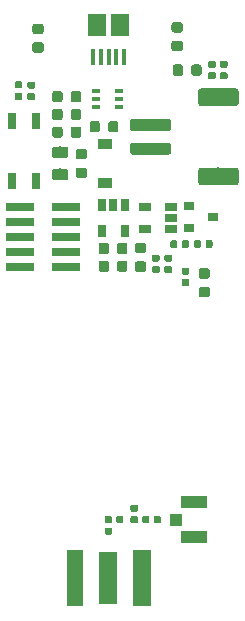
<source format=gtp>
G04 #@! TF.GenerationSoftware,KiCad,Pcbnew,(5.1.2-1)-1*
G04 #@! TF.CreationDate,2019-05-17T17:37:07+02:00*
G04 #@! TF.ProjectId,TLM-breakout-v1_1,544c4d2d-6272-4656-916b-6f75742d7631,1.1*
G04 #@! TF.SameCoordinates,Original*
G04 #@! TF.FileFunction,Paste,Top*
G04 #@! TF.FilePolarity,Positive*
%FSLAX46Y46*%
G04 Gerber Fmt 4.6, Leading zero omitted, Abs format (unit mm)*
G04 Created by KiCad (PCBNEW (5.1.2-1)-1) date 2019-05-17 17:37:07*
%MOMM*%
%LPD*%
G04 APERTURE LIST*
%ADD10C,0.100000*%
%ADD11C,0.590000*%
%ADD12C,0.875000*%
%ADD13R,1.200000X0.900000*%
%ADD14C,0.975000*%
%ADD15R,2.200000X1.050000*%
%ADD16R,1.050000X1.000000*%
%ADD17R,2.400000X0.740000*%
%ADD18R,0.700000X1.450000*%
%ADD19R,1.060000X0.650000*%
%ADD20R,0.900000X0.800000*%
%ADD21R,0.650000X1.060000*%
%ADD22C,1.000000*%
%ADD23C,1.500000*%
%ADD24R,1.350000X4.700000*%
%ADD25R,1.500000X4.700000*%
%ADD26R,1.500000X4.400000*%
%ADD27R,1.500000X1.900000*%
%ADD28R,0.400000X1.350000*%
%ADD29R,0.650000X0.400000*%
G04 APERTURE END LIST*
D10*
G36*
X138261358Y-111722110D02*
G01*
X138275676Y-111724234D01*
X138289717Y-111727751D01*
X138303346Y-111732628D01*
X138316431Y-111738817D01*
X138328847Y-111746258D01*
X138340473Y-111754881D01*
X138351198Y-111764602D01*
X138360919Y-111775327D01*
X138369542Y-111786953D01*
X138376983Y-111799369D01*
X138383172Y-111812454D01*
X138388049Y-111826083D01*
X138391566Y-111840124D01*
X138393690Y-111854442D01*
X138394400Y-111868900D01*
X138394400Y-112163900D01*
X138393690Y-112178358D01*
X138391566Y-112192676D01*
X138388049Y-112206717D01*
X138383172Y-112220346D01*
X138376983Y-112233431D01*
X138369542Y-112245847D01*
X138360919Y-112257473D01*
X138351198Y-112268198D01*
X138340473Y-112277919D01*
X138328847Y-112286542D01*
X138316431Y-112293983D01*
X138303346Y-112300172D01*
X138289717Y-112305049D01*
X138275676Y-112308566D01*
X138261358Y-112310690D01*
X138246900Y-112311400D01*
X137901900Y-112311400D01*
X137887442Y-112310690D01*
X137873124Y-112308566D01*
X137859083Y-112305049D01*
X137845454Y-112300172D01*
X137832369Y-112293983D01*
X137819953Y-112286542D01*
X137808327Y-112277919D01*
X137797602Y-112268198D01*
X137787881Y-112257473D01*
X137779258Y-112245847D01*
X137771817Y-112233431D01*
X137765628Y-112220346D01*
X137760751Y-112206717D01*
X137757234Y-112192676D01*
X137755110Y-112178358D01*
X137754400Y-112163900D01*
X137754400Y-111868900D01*
X137755110Y-111854442D01*
X137757234Y-111840124D01*
X137760751Y-111826083D01*
X137765628Y-111812454D01*
X137771817Y-111799369D01*
X137779258Y-111786953D01*
X137787881Y-111775327D01*
X137797602Y-111764602D01*
X137808327Y-111754881D01*
X137819953Y-111746258D01*
X137832369Y-111738817D01*
X137845454Y-111732628D01*
X137859083Y-111727751D01*
X137873124Y-111724234D01*
X137887442Y-111722110D01*
X137901900Y-111721400D01*
X138246900Y-111721400D01*
X138261358Y-111722110D01*
X138261358Y-111722110D01*
G37*
D11*
X138074400Y-112016400D03*
D10*
G36*
X138261358Y-110752110D02*
G01*
X138275676Y-110754234D01*
X138289717Y-110757751D01*
X138303346Y-110762628D01*
X138316431Y-110768817D01*
X138328847Y-110776258D01*
X138340473Y-110784881D01*
X138351198Y-110794602D01*
X138360919Y-110805327D01*
X138369542Y-110816953D01*
X138376983Y-110829369D01*
X138383172Y-110842454D01*
X138388049Y-110856083D01*
X138391566Y-110870124D01*
X138393690Y-110884442D01*
X138394400Y-110898900D01*
X138394400Y-111193900D01*
X138393690Y-111208358D01*
X138391566Y-111222676D01*
X138388049Y-111236717D01*
X138383172Y-111250346D01*
X138376983Y-111263431D01*
X138369542Y-111275847D01*
X138360919Y-111287473D01*
X138351198Y-111298198D01*
X138340473Y-111307919D01*
X138328847Y-111316542D01*
X138316431Y-111323983D01*
X138303346Y-111330172D01*
X138289717Y-111335049D01*
X138275676Y-111338566D01*
X138261358Y-111340690D01*
X138246900Y-111341400D01*
X137901900Y-111341400D01*
X137887442Y-111340690D01*
X137873124Y-111338566D01*
X137859083Y-111335049D01*
X137845454Y-111330172D01*
X137832369Y-111323983D01*
X137819953Y-111316542D01*
X137808327Y-111307919D01*
X137797602Y-111298198D01*
X137787881Y-111287473D01*
X137779258Y-111275847D01*
X137771817Y-111263431D01*
X137765628Y-111250346D01*
X137760751Y-111236717D01*
X137757234Y-111222676D01*
X137755110Y-111208358D01*
X137754400Y-111193900D01*
X137754400Y-110898900D01*
X137755110Y-110884442D01*
X137757234Y-110870124D01*
X137760751Y-110856083D01*
X137765628Y-110842454D01*
X137771817Y-110829369D01*
X137779258Y-110816953D01*
X137787881Y-110805327D01*
X137797602Y-110794602D01*
X137808327Y-110784881D01*
X137819953Y-110776258D01*
X137832369Y-110768817D01*
X137845454Y-110762628D01*
X137859083Y-110757751D01*
X137873124Y-110754234D01*
X137887442Y-110752110D01*
X137901900Y-110751400D01*
X138246900Y-110751400D01*
X138261358Y-110752110D01*
X138261358Y-110752110D01*
G37*
D11*
X138074400Y-111046400D03*
D10*
G36*
X136540190Y-78276053D02*
G01*
X136561425Y-78279203D01*
X136582249Y-78284419D01*
X136602461Y-78291651D01*
X136621867Y-78300830D01*
X136640280Y-78311866D01*
X136657523Y-78324654D01*
X136673429Y-78339070D01*
X136687845Y-78354976D01*
X136700633Y-78372219D01*
X136711669Y-78390632D01*
X136720848Y-78410038D01*
X136728080Y-78430250D01*
X136733296Y-78451074D01*
X136736446Y-78472309D01*
X136737499Y-78493750D01*
X136737499Y-79006250D01*
X136736446Y-79027691D01*
X136733296Y-79048926D01*
X136728080Y-79069750D01*
X136720848Y-79089962D01*
X136711669Y-79109368D01*
X136700633Y-79127781D01*
X136687845Y-79145024D01*
X136673429Y-79160930D01*
X136657523Y-79175346D01*
X136640280Y-79188134D01*
X136621867Y-79199170D01*
X136602461Y-79208349D01*
X136582249Y-79215581D01*
X136561425Y-79220797D01*
X136540190Y-79223947D01*
X136518749Y-79225000D01*
X136081249Y-79225000D01*
X136059808Y-79223947D01*
X136038573Y-79220797D01*
X136017749Y-79215581D01*
X135997537Y-79208349D01*
X135978131Y-79199170D01*
X135959718Y-79188134D01*
X135942475Y-79175346D01*
X135926569Y-79160930D01*
X135912153Y-79145024D01*
X135899365Y-79127781D01*
X135888329Y-79109368D01*
X135879150Y-79089962D01*
X135871918Y-79069750D01*
X135866702Y-79048926D01*
X135863552Y-79027691D01*
X135862499Y-79006250D01*
X135862499Y-78493750D01*
X135863552Y-78472309D01*
X135866702Y-78451074D01*
X135871918Y-78430250D01*
X135879150Y-78410038D01*
X135888329Y-78390632D01*
X135899365Y-78372219D01*
X135912153Y-78354976D01*
X135926569Y-78339070D01*
X135942475Y-78324654D01*
X135959718Y-78311866D01*
X135978131Y-78300830D01*
X135997537Y-78291651D01*
X136017749Y-78284419D01*
X136038573Y-78279203D01*
X136059808Y-78276053D01*
X136081249Y-78275000D01*
X136518749Y-78275000D01*
X136540190Y-78276053D01*
X136540190Y-78276053D01*
G37*
D12*
X136299999Y-78750000D03*
D10*
G36*
X134965190Y-78276053D02*
G01*
X134986425Y-78279203D01*
X135007249Y-78284419D01*
X135027461Y-78291651D01*
X135046867Y-78300830D01*
X135065280Y-78311866D01*
X135082523Y-78324654D01*
X135098429Y-78339070D01*
X135112845Y-78354976D01*
X135125633Y-78372219D01*
X135136669Y-78390632D01*
X135145848Y-78410038D01*
X135153080Y-78430250D01*
X135158296Y-78451074D01*
X135161446Y-78472309D01*
X135162499Y-78493750D01*
X135162499Y-79006250D01*
X135161446Y-79027691D01*
X135158296Y-79048926D01*
X135153080Y-79069750D01*
X135145848Y-79089962D01*
X135136669Y-79109368D01*
X135125633Y-79127781D01*
X135112845Y-79145024D01*
X135098429Y-79160930D01*
X135082523Y-79175346D01*
X135065280Y-79188134D01*
X135046867Y-79199170D01*
X135027461Y-79208349D01*
X135007249Y-79215581D01*
X134986425Y-79220797D01*
X134965190Y-79223947D01*
X134943749Y-79225000D01*
X134506249Y-79225000D01*
X134484808Y-79223947D01*
X134463573Y-79220797D01*
X134442749Y-79215581D01*
X134422537Y-79208349D01*
X134403131Y-79199170D01*
X134384718Y-79188134D01*
X134367475Y-79175346D01*
X134351569Y-79160930D01*
X134337153Y-79145024D01*
X134324365Y-79127781D01*
X134313329Y-79109368D01*
X134304150Y-79089962D01*
X134296918Y-79069750D01*
X134291702Y-79048926D01*
X134288552Y-79027691D01*
X134287499Y-79006250D01*
X134287499Y-78493750D01*
X134288552Y-78472309D01*
X134291702Y-78451074D01*
X134296918Y-78430250D01*
X134304150Y-78410038D01*
X134313329Y-78390632D01*
X134324365Y-78372219D01*
X134337153Y-78354976D01*
X134351569Y-78339070D01*
X134367475Y-78324654D01*
X134384718Y-78311866D01*
X134403131Y-78300830D01*
X134422537Y-78291651D01*
X134442749Y-78284419D01*
X134463573Y-78279203D01*
X134484808Y-78276053D01*
X134506249Y-78275000D01*
X134943749Y-78275000D01*
X134965190Y-78276053D01*
X134965190Y-78276053D01*
G37*
D12*
X134724999Y-78750000D03*
D10*
G36*
X133867691Y-82201053D02*
G01*
X133888926Y-82204203D01*
X133909750Y-82209419D01*
X133929962Y-82216651D01*
X133949368Y-82225830D01*
X133967781Y-82236866D01*
X133985024Y-82249654D01*
X134000930Y-82264070D01*
X134015346Y-82279976D01*
X134028134Y-82297219D01*
X134039170Y-82315632D01*
X134048349Y-82335038D01*
X134055581Y-82355250D01*
X134060797Y-82376074D01*
X134063947Y-82397309D01*
X134065000Y-82418750D01*
X134065000Y-82856250D01*
X134063947Y-82877691D01*
X134060797Y-82898926D01*
X134055581Y-82919750D01*
X134048349Y-82939962D01*
X134039170Y-82959368D01*
X134028134Y-82977781D01*
X134015346Y-82995024D01*
X134000930Y-83010930D01*
X133985024Y-83025346D01*
X133967781Y-83038134D01*
X133949368Y-83049170D01*
X133929962Y-83058349D01*
X133909750Y-83065581D01*
X133888926Y-83070797D01*
X133867691Y-83073947D01*
X133846250Y-83075000D01*
X133333750Y-83075000D01*
X133312309Y-83073947D01*
X133291074Y-83070797D01*
X133270250Y-83065581D01*
X133250038Y-83058349D01*
X133230632Y-83049170D01*
X133212219Y-83038134D01*
X133194976Y-83025346D01*
X133179070Y-83010930D01*
X133164654Y-82995024D01*
X133151866Y-82977781D01*
X133140830Y-82959368D01*
X133131651Y-82939962D01*
X133124419Y-82919750D01*
X133119203Y-82898926D01*
X133116053Y-82877691D01*
X133115000Y-82856250D01*
X133115000Y-82418750D01*
X133116053Y-82397309D01*
X133119203Y-82376074D01*
X133124419Y-82355250D01*
X133131651Y-82335038D01*
X133140830Y-82315632D01*
X133151866Y-82297219D01*
X133164654Y-82279976D01*
X133179070Y-82264070D01*
X133194976Y-82249654D01*
X133212219Y-82236866D01*
X133230632Y-82225830D01*
X133250038Y-82216651D01*
X133270250Y-82209419D01*
X133291074Y-82204203D01*
X133312309Y-82201053D01*
X133333750Y-82200000D01*
X133846250Y-82200000D01*
X133867691Y-82201053D01*
X133867691Y-82201053D01*
G37*
D12*
X133590000Y-82637500D03*
D10*
G36*
X133867691Y-80626053D02*
G01*
X133888926Y-80629203D01*
X133909750Y-80634419D01*
X133929962Y-80641651D01*
X133949368Y-80650830D01*
X133967781Y-80661866D01*
X133985024Y-80674654D01*
X134000930Y-80689070D01*
X134015346Y-80704976D01*
X134028134Y-80722219D01*
X134039170Y-80740632D01*
X134048349Y-80760038D01*
X134055581Y-80780250D01*
X134060797Y-80801074D01*
X134063947Y-80822309D01*
X134065000Y-80843750D01*
X134065000Y-81281250D01*
X134063947Y-81302691D01*
X134060797Y-81323926D01*
X134055581Y-81344750D01*
X134048349Y-81364962D01*
X134039170Y-81384368D01*
X134028134Y-81402781D01*
X134015346Y-81420024D01*
X134000930Y-81435930D01*
X133985024Y-81450346D01*
X133967781Y-81463134D01*
X133949368Y-81474170D01*
X133929962Y-81483349D01*
X133909750Y-81490581D01*
X133888926Y-81495797D01*
X133867691Y-81498947D01*
X133846250Y-81500000D01*
X133333750Y-81500000D01*
X133312309Y-81498947D01*
X133291074Y-81495797D01*
X133270250Y-81490581D01*
X133250038Y-81483349D01*
X133230632Y-81474170D01*
X133212219Y-81463134D01*
X133194976Y-81450346D01*
X133179070Y-81435930D01*
X133164654Y-81420024D01*
X133151866Y-81402781D01*
X133140830Y-81384368D01*
X133131651Y-81364962D01*
X133124419Y-81344750D01*
X133119203Y-81323926D01*
X133116053Y-81302691D01*
X133115000Y-81281250D01*
X133115000Y-80843750D01*
X133116053Y-80822309D01*
X133119203Y-80801074D01*
X133124419Y-80780250D01*
X133131651Y-80760038D01*
X133140830Y-80740632D01*
X133151866Y-80722219D01*
X133164654Y-80704976D01*
X133179070Y-80689070D01*
X133194976Y-80674654D01*
X133212219Y-80661866D01*
X133230632Y-80650830D01*
X133250038Y-80641651D01*
X133270250Y-80634419D01*
X133291074Y-80629203D01*
X133312309Y-80626053D01*
X133333750Y-80625000D01*
X133846250Y-80625000D01*
X133867691Y-80626053D01*
X133867691Y-80626053D01*
G37*
D12*
X133590000Y-81062500D03*
D10*
G36*
X135727191Y-90076053D02*
G01*
X135748426Y-90079203D01*
X135769250Y-90084419D01*
X135789462Y-90091651D01*
X135808868Y-90100830D01*
X135827281Y-90111866D01*
X135844524Y-90124654D01*
X135860430Y-90139070D01*
X135874846Y-90154976D01*
X135887634Y-90172219D01*
X135898670Y-90190632D01*
X135907849Y-90210038D01*
X135915081Y-90230250D01*
X135920297Y-90251074D01*
X135923447Y-90272309D01*
X135924500Y-90293750D01*
X135924500Y-90806250D01*
X135923447Y-90827691D01*
X135920297Y-90848926D01*
X135915081Y-90869750D01*
X135907849Y-90889962D01*
X135898670Y-90909368D01*
X135887634Y-90927781D01*
X135874846Y-90945024D01*
X135860430Y-90960930D01*
X135844524Y-90975346D01*
X135827281Y-90988134D01*
X135808868Y-90999170D01*
X135789462Y-91008349D01*
X135769250Y-91015581D01*
X135748426Y-91020797D01*
X135727191Y-91023947D01*
X135705750Y-91025000D01*
X135268250Y-91025000D01*
X135246809Y-91023947D01*
X135225574Y-91020797D01*
X135204750Y-91015581D01*
X135184538Y-91008349D01*
X135165132Y-90999170D01*
X135146719Y-90988134D01*
X135129476Y-90975346D01*
X135113570Y-90960930D01*
X135099154Y-90945024D01*
X135086366Y-90927781D01*
X135075330Y-90909368D01*
X135066151Y-90889962D01*
X135058919Y-90869750D01*
X135053703Y-90848926D01*
X135050553Y-90827691D01*
X135049500Y-90806250D01*
X135049500Y-90293750D01*
X135050553Y-90272309D01*
X135053703Y-90251074D01*
X135058919Y-90230250D01*
X135066151Y-90210038D01*
X135075330Y-90190632D01*
X135086366Y-90172219D01*
X135099154Y-90154976D01*
X135113570Y-90139070D01*
X135129476Y-90124654D01*
X135146719Y-90111866D01*
X135165132Y-90100830D01*
X135184538Y-90091651D01*
X135204750Y-90084419D01*
X135225574Y-90079203D01*
X135246809Y-90076053D01*
X135268250Y-90075000D01*
X135705750Y-90075000D01*
X135727191Y-90076053D01*
X135727191Y-90076053D01*
G37*
D12*
X135487000Y-90550000D03*
D10*
G36*
X137302191Y-90076053D02*
G01*
X137323426Y-90079203D01*
X137344250Y-90084419D01*
X137364462Y-90091651D01*
X137383868Y-90100830D01*
X137402281Y-90111866D01*
X137419524Y-90124654D01*
X137435430Y-90139070D01*
X137449846Y-90154976D01*
X137462634Y-90172219D01*
X137473670Y-90190632D01*
X137482849Y-90210038D01*
X137490081Y-90230250D01*
X137495297Y-90251074D01*
X137498447Y-90272309D01*
X137499500Y-90293750D01*
X137499500Y-90806250D01*
X137498447Y-90827691D01*
X137495297Y-90848926D01*
X137490081Y-90869750D01*
X137482849Y-90889962D01*
X137473670Y-90909368D01*
X137462634Y-90927781D01*
X137449846Y-90945024D01*
X137435430Y-90960930D01*
X137419524Y-90975346D01*
X137402281Y-90988134D01*
X137383868Y-90999170D01*
X137364462Y-91008349D01*
X137344250Y-91015581D01*
X137323426Y-91020797D01*
X137302191Y-91023947D01*
X137280750Y-91025000D01*
X136843250Y-91025000D01*
X136821809Y-91023947D01*
X136800574Y-91020797D01*
X136779750Y-91015581D01*
X136759538Y-91008349D01*
X136740132Y-90999170D01*
X136721719Y-90988134D01*
X136704476Y-90975346D01*
X136688570Y-90960930D01*
X136674154Y-90945024D01*
X136661366Y-90927781D01*
X136650330Y-90909368D01*
X136641151Y-90889962D01*
X136633919Y-90869750D01*
X136628703Y-90848926D01*
X136625553Y-90827691D01*
X136624500Y-90806250D01*
X136624500Y-90293750D01*
X136625553Y-90272309D01*
X136628703Y-90251074D01*
X136633919Y-90230250D01*
X136641151Y-90210038D01*
X136650330Y-90190632D01*
X136661366Y-90172219D01*
X136674154Y-90154976D01*
X136688570Y-90139070D01*
X136704476Y-90124654D01*
X136721719Y-90111866D01*
X136740132Y-90100830D01*
X136759538Y-90091651D01*
X136779750Y-90084419D01*
X136800574Y-90079203D01*
X136821809Y-90076053D01*
X136843250Y-90075000D01*
X137280750Y-90075000D01*
X137302191Y-90076053D01*
X137302191Y-90076053D01*
G37*
D12*
X137062000Y-90550000D03*
D10*
G36*
X137302191Y-88570153D02*
G01*
X137323426Y-88573303D01*
X137344250Y-88578519D01*
X137364462Y-88585751D01*
X137383868Y-88594930D01*
X137402281Y-88605966D01*
X137419524Y-88618754D01*
X137435430Y-88633170D01*
X137449846Y-88649076D01*
X137462634Y-88666319D01*
X137473670Y-88684732D01*
X137482849Y-88704138D01*
X137490081Y-88724350D01*
X137495297Y-88745174D01*
X137498447Y-88766409D01*
X137499500Y-88787850D01*
X137499500Y-89300350D01*
X137498447Y-89321791D01*
X137495297Y-89343026D01*
X137490081Y-89363850D01*
X137482849Y-89384062D01*
X137473670Y-89403468D01*
X137462634Y-89421881D01*
X137449846Y-89439124D01*
X137435430Y-89455030D01*
X137419524Y-89469446D01*
X137402281Y-89482234D01*
X137383868Y-89493270D01*
X137364462Y-89502449D01*
X137344250Y-89509681D01*
X137323426Y-89514897D01*
X137302191Y-89518047D01*
X137280750Y-89519100D01*
X136843250Y-89519100D01*
X136821809Y-89518047D01*
X136800574Y-89514897D01*
X136779750Y-89509681D01*
X136759538Y-89502449D01*
X136740132Y-89493270D01*
X136721719Y-89482234D01*
X136704476Y-89469446D01*
X136688570Y-89455030D01*
X136674154Y-89439124D01*
X136661366Y-89421881D01*
X136650330Y-89403468D01*
X136641151Y-89384062D01*
X136633919Y-89363850D01*
X136628703Y-89343026D01*
X136625553Y-89321791D01*
X136624500Y-89300350D01*
X136624500Y-88787850D01*
X136625553Y-88766409D01*
X136628703Y-88745174D01*
X136633919Y-88724350D01*
X136641151Y-88704138D01*
X136650330Y-88684732D01*
X136661366Y-88666319D01*
X136674154Y-88649076D01*
X136688570Y-88633170D01*
X136704476Y-88618754D01*
X136721719Y-88605966D01*
X136740132Y-88594930D01*
X136759538Y-88585751D01*
X136779750Y-88578519D01*
X136800574Y-88573303D01*
X136821809Y-88570153D01*
X136843250Y-88569100D01*
X137280750Y-88569100D01*
X137302191Y-88570153D01*
X137302191Y-88570153D01*
G37*
D12*
X137062000Y-89044100D03*
D10*
G36*
X135727191Y-88570153D02*
G01*
X135748426Y-88573303D01*
X135769250Y-88578519D01*
X135789462Y-88585751D01*
X135808868Y-88594930D01*
X135827281Y-88605966D01*
X135844524Y-88618754D01*
X135860430Y-88633170D01*
X135874846Y-88649076D01*
X135887634Y-88666319D01*
X135898670Y-88684732D01*
X135907849Y-88704138D01*
X135915081Y-88724350D01*
X135920297Y-88745174D01*
X135923447Y-88766409D01*
X135924500Y-88787850D01*
X135924500Y-89300350D01*
X135923447Y-89321791D01*
X135920297Y-89343026D01*
X135915081Y-89363850D01*
X135907849Y-89384062D01*
X135898670Y-89403468D01*
X135887634Y-89421881D01*
X135874846Y-89439124D01*
X135860430Y-89455030D01*
X135844524Y-89469446D01*
X135827281Y-89482234D01*
X135808868Y-89493270D01*
X135789462Y-89502449D01*
X135769250Y-89509681D01*
X135748426Y-89514897D01*
X135727191Y-89518047D01*
X135705750Y-89519100D01*
X135268250Y-89519100D01*
X135246809Y-89518047D01*
X135225574Y-89514897D01*
X135204750Y-89509681D01*
X135184538Y-89502449D01*
X135165132Y-89493270D01*
X135146719Y-89482234D01*
X135129476Y-89469446D01*
X135113570Y-89455030D01*
X135099154Y-89439124D01*
X135086366Y-89421881D01*
X135075330Y-89403468D01*
X135066151Y-89384062D01*
X135058919Y-89363850D01*
X135053703Y-89343026D01*
X135050553Y-89321791D01*
X135049500Y-89300350D01*
X135049500Y-88787850D01*
X135050553Y-88766409D01*
X135053703Y-88745174D01*
X135058919Y-88724350D01*
X135066151Y-88704138D01*
X135075330Y-88684732D01*
X135086366Y-88666319D01*
X135099154Y-88649076D01*
X135113570Y-88633170D01*
X135129476Y-88618754D01*
X135146719Y-88605966D01*
X135165132Y-88594930D01*
X135184538Y-88585751D01*
X135204750Y-88578519D01*
X135225574Y-88573303D01*
X135246809Y-88570153D01*
X135268250Y-88569100D01*
X135705750Y-88569100D01*
X135727191Y-88570153D01*
X135727191Y-88570153D01*
G37*
D12*
X135487000Y-89044100D03*
D10*
G36*
X131802691Y-75726053D02*
G01*
X131823926Y-75729203D01*
X131844750Y-75734419D01*
X131864962Y-75741651D01*
X131884368Y-75750830D01*
X131902781Y-75761866D01*
X131920024Y-75774654D01*
X131935930Y-75789070D01*
X131950346Y-75804976D01*
X131963134Y-75822219D01*
X131974170Y-75840632D01*
X131983349Y-75860038D01*
X131990581Y-75880250D01*
X131995797Y-75901074D01*
X131998947Y-75922309D01*
X132000000Y-75943750D01*
X132000000Y-76456250D01*
X131998947Y-76477691D01*
X131995797Y-76498926D01*
X131990581Y-76519750D01*
X131983349Y-76539962D01*
X131974170Y-76559368D01*
X131963134Y-76577781D01*
X131950346Y-76595024D01*
X131935930Y-76610930D01*
X131920024Y-76625346D01*
X131902781Y-76638134D01*
X131884368Y-76649170D01*
X131864962Y-76658349D01*
X131844750Y-76665581D01*
X131823926Y-76670797D01*
X131802691Y-76673947D01*
X131781250Y-76675000D01*
X131343750Y-76675000D01*
X131322309Y-76673947D01*
X131301074Y-76670797D01*
X131280250Y-76665581D01*
X131260038Y-76658349D01*
X131240632Y-76649170D01*
X131222219Y-76638134D01*
X131204976Y-76625346D01*
X131189070Y-76610930D01*
X131174654Y-76595024D01*
X131161866Y-76577781D01*
X131150830Y-76559368D01*
X131141651Y-76539962D01*
X131134419Y-76519750D01*
X131129203Y-76498926D01*
X131126053Y-76477691D01*
X131125000Y-76456250D01*
X131125000Y-75943750D01*
X131126053Y-75922309D01*
X131129203Y-75901074D01*
X131134419Y-75880250D01*
X131141651Y-75860038D01*
X131150830Y-75840632D01*
X131161866Y-75822219D01*
X131174654Y-75804976D01*
X131189070Y-75789070D01*
X131204976Y-75774654D01*
X131222219Y-75761866D01*
X131240632Y-75750830D01*
X131260038Y-75741651D01*
X131280250Y-75734419D01*
X131301074Y-75729203D01*
X131322309Y-75726053D01*
X131343750Y-75725000D01*
X131781250Y-75725000D01*
X131802691Y-75726053D01*
X131802691Y-75726053D01*
G37*
D12*
X131562500Y-76200000D03*
D10*
G36*
X133377691Y-75726053D02*
G01*
X133398926Y-75729203D01*
X133419750Y-75734419D01*
X133439962Y-75741651D01*
X133459368Y-75750830D01*
X133477781Y-75761866D01*
X133495024Y-75774654D01*
X133510930Y-75789070D01*
X133525346Y-75804976D01*
X133538134Y-75822219D01*
X133549170Y-75840632D01*
X133558349Y-75860038D01*
X133565581Y-75880250D01*
X133570797Y-75901074D01*
X133573947Y-75922309D01*
X133575000Y-75943750D01*
X133575000Y-76456250D01*
X133573947Y-76477691D01*
X133570797Y-76498926D01*
X133565581Y-76519750D01*
X133558349Y-76539962D01*
X133549170Y-76559368D01*
X133538134Y-76577781D01*
X133525346Y-76595024D01*
X133510930Y-76610930D01*
X133495024Y-76625346D01*
X133477781Y-76638134D01*
X133459368Y-76649170D01*
X133439962Y-76658349D01*
X133419750Y-76665581D01*
X133398926Y-76670797D01*
X133377691Y-76673947D01*
X133356250Y-76675000D01*
X132918750Y-76675000D01*
X132897309Y-76673947D01*
X132876074Y-76670797D01*
X132855250Y-76665581D01*
X132835038Y-76658349D01*
X132815632Y-76649170D01*
X132797219Y-76638134D01*
X132779976Y-76625346D01*
X132764070Y-76610930D01*
X132749654Y-76595024D01*
X132736866Y-76577781D01*
X132725830Y-76559368D01*
X132716651Y-76539962D01*
X132709419Y-76519750D01*
X132704203Y-76498926D01*
X132701053Y-76477691D01*
X132700000Y-76456250D01*
X132700000Y-75943750D01*
X132701053Y-75922309D01*
X132704203Y-75901074D01*
X132709419Y-75880250D01*
X132716651Y-75860038D01*
X132725830Y-75840632D01*
X132736866Y-75822219D01*
X132749654Y-75804976D01*
X132764070Y-75789070D01*
X132779976Y-75774654D01*
X132797219Y-75761866D01*
X132815632Y-75750830D01*
X132835038Y-75741651D01*
X132855250Y-75734419D01*
X132876074Y-75729203D01*
X132897309Y-75726053D01*
X132918750Y-75725000D01*
X133356250Y-75725000D01*
X133377691Y-75726053D01*
X133377691Y-75726053D01*
G37*
D12*
X133137500Y-76200000D03*
D10*
G36*
X131802691Y-78727253D02*
G01*
X131823926Y-78730403D01*
X131844750Y-78735619D01*
X131864962Y-78742851D01*
X131884368Y-78752030D01*
X131902781Y-78763066D01*
X131920024Y-78775854D01*
X131935930Y-78790270D01*
X131950346Y-78806176D01*
X131963134Y-78823419D01*
X131974170Y-78841832D01*
X131983349Y-78861238D01*
X131990581Y-78881450D01*
X131995797Y-78902274D01*
X131998947Y-78923509D01*
X132000000Y-78944950D01*
X132000000Y-79457450D01*
X131998947Y-79478891D01*
X131995797Y-79500126D01*
X131990581Y-79520950D01*
X131983349Y-79541162D01*
X131974170Y-79560568D01*
X131963134Y-79578981D01*
X131950346Y-79596224D01*
X131935930Y-79612130D01*
X131920024Y-79626546D01*
X131902781Y-79639334D01*
X131884368Y-79650370D01*
X131864962Y-79659549D01*
X131844750Y-79666781D01*
X131823926Y-79671997D01*
X131802691Y-79675147D01*
X131781250Y-79676200D01*
X131343750Y-79676200D01*
X131322309Y-79675147D01*
X131301074Y-79671997D01*
X131280250Y-79666781D01*
X131260038Y-79659549D01*
X131240632Y-79650370D01*
X131222219Y-79639334D01*
X131204976Y-79626546D01*
X131189070Y-79612130D01*
X131174654Y-79596224D01*
X131161866Y-79578981D01*
X131150830Y-79560568D01*
X131141651Y-79541162D01*
X131134419Y-79520950D01*
X131129203Y-79500126D01*
X131126053Y-79478891D01*
X131125000Y-79457450D01*
X131125000Y-78944950D01*
X131126053Y-78923509D01*
X131129203Y-78902274D01*
X131134419Y-78881450D01*
X131141651Y-78861238D01*
X131150830Y-78841832D01*
X131161866Y-78823419D01*
X131174654Y-78806176D01*
X131189070Y-78790270D01*
X131204976Y-78775854D01*
X131222219Y-78763066D01*
X131240632Y-78752030D01*
X131260038Y-78742851D01*
X131280250Y-78735619D01*
X131301074Y-78730403D01*
X131322309Y-78727253D01*
X131343750Y-78726200D01*
X131781250Y-78726200D01*
X131802691Y-78727253D01*
X131802691Y-78727253D01*
G37*
D12*
X131562500Y-79201200D03*
D10*
G36*
X133377691Y-78727253D02*
G01*
X133398926Y-78730403D01*
X133419750Y-78735619D01*
X133439962Y-78742851D01*
X133459368Y-78752030D01*
X133477781Y-78763066D01*
X133495024Y-78775854D01*
X133510930Y-78790270D01*
X133525346Y-78806176D01*
X133538134Y-78823419D01*
X133549170Y-78841832D01*
X133558349Y-78861238D01*
X133565581Y-78881450D01*
X133570797Y-78902274D01*
X133573947Y-78923509D01*
X133575000Y-78944950D01*
X133575000Y-79457450D01*
X133573947Y-79478891D01*
X133570797Y-79500126D01*
X133565581Y-79520950D01*
X133558349Y-79541162D01*
X133549170Y-79560568D01*
X133538134Y-79578981D01*
X133525346Y-79596224D01*
X133510930Y-79612130D01*
X133495024Y-79626546D01*
X133477781Y-79639334D01*
X133459368Y-79650370D01*
X133439962Y-79659549D01*
X133419750Y-79666781D01*
X133398926Y-79671997D01*
X133377691Y-79675147D01*
X133356250Y-79676200D01*
X132918750Y-79676200D01*
X132897309Y-79675147D01*
X132876074Y-79671997D01*
X132855250Y-79666781D01*
X132835038Y-79659549D01*
X132815632Y-79650370D01*
X132797219Y-79639334D01*
X132779976Y-79626546D01*
X132764070Y-79612130D01*
X132749654Y-79596224D01*
X132736866Y-79578981D01*
X132725830Y-79560568D01*
X132716651Y-79541162D01*
X132709419Y-79520950D01*
X132704203Y-79500126D01*
X132701053Y-79478891D01*
X132700000Y-79457450D01*
X132700000Y-78944950D01*
X132701053Y-78923509D01*
X132704203Y-78902274D01*
X132709419Y-78881450D01*
X132716651Y-78861238D01*
X132725830Y-78841832D01*
X132736866Y-78823419D01*
X132749654Y-78806176D01*
X132764070Y-78790270D01*
X132779976Y-78775854D01*
X132797219Y-78763066D01*
X132815632Y-78752030D01*
X132835038Y-78742851D01*
X132855250Y-78735619D01*
X132876074Y-78730403D01*
X132897309Y-78727253D01*
X132918750Y-78726200D01*
X133356250Y-78726200D01*
X133377691Y-78727253D01*
X133377691Y-78727253D01*
G37*
D12*
X133137500Y-79201200D03*
D10*
G36*
X143577691Y-73476053D02*
G01*
X143598926Y-73479203D01*
X143619750Y-73484419D01*
X143639962Y-73491651D01*
X143659368Y-73500830D01*
X143677781Y-73511866D01*
X143695024Y-73524654D01*
X143710930Y-73539070D01*
X143725346Y-73554976D01*
X143738134Y-73572219D01*
X143749170Y-73590632D01*
X143758349Y-73610038D01*
X143765581Y-73630250D01*
X143770797Y-73651074D01*
X143773947Y-73672309D01*
X143775000Y-73693750D01*
X143775000Y-74206250D01*
X143773947Y-74227691D01*
X143770797Y-74248926D01*
X143765581Y-74269750D01*
X143758349Y-74289962D01*
X143749170Y-74309368D01*
X143738134Y-74327781D01*
X143725346Y-74345024D01*
X143710930Y-74360930D01*
X143695024Y-74375346D01*
X143677781Y-74388134D01*
X143659368Y-74399170D01*
X143639962Y-74408349D01*
X143619750Y-74415581D01*
X143598926Y-74420797D01*
X143577691Y-74423947D01*
X143556250Y-74425000D01*
X143118750Y-74425000D01*
X143097309Y-74423947D01*
X143076074Y-74420797D01*
X143055250Y-74415581D01*
X143035038Y-74408349D01*
X143015632Y-74399170D01*
X142997219Y-74388134D01*
X142979976Y-74375346D01*
X142964070Y-74360930D01*
X142949654Y-74345024D01*
X142936866Y-74327781D01*
X142925830Y-74309368D01*
X142916651Y-74289962D01*
X142909419Y-74269750D01*
X142904203Y-74248926D01*
X142901053Y-74227691D01*
X142900000Y-74206250D01*
X142900000Y-73693750D01*
X142901053Y-73672309D01*
X142904203Y-73651074D01*
X142909419Y-73630250D01*
X142916651Y-73610038D01*
X142925830Y-73590632D01*
X142936866Y-73572219D01*
X142949654Y-73554976D01*
X142964070Y-73539070D01*
X142979976Y-73524654D01*
X142997219Y-73511866D01*
X143015632Y-73500830D01*
X143035038Y-73491651D01*
X143055250Y-73484419D01*
X143076074Y-73479203D01*
X143097309Y-73476053D01*
X143118750Y-73475000D01*
X143556250Y-73475000D01*
X143577691Y-73476053D01*
X143577691Y-73476053D01*
G37*
D12*
X143337500Y-73950000D03*
D10*
G36*
X142002691Y-73476053D02*
G01*
X142023926Y-73479203D01*
X142044750Y-73484419D01*
X142064962Y-73491651D01*
X142084368Y-73500830D01*
X142102781Y-73511866D01*
X142120024Y-73524654D01*
X142135930Y-73539070D01*
X142150346Y-73554976D01*
X142163134Y-73572219D01*
X142174170Y-73590632D01*
X142183349Y-73610038D01*
X142190581Y-73630250D01*
X142195797Y-73651074D01*
X142198947Y-73672309D01*
X142200000Y-73693750D01*
X142200000Y-74206250D01*
X142198947Y-74227691D01*
X142195797Y-74248926D01*
X142190581Y-74269750D01*
X142183349Y-74289962D01*
X142174170Y-74309368D01*
X142163134Y-74327781D01*
X142150346Y-74345024D01*
X142135930Y-74360930D01*
X142120024Y-74375346D01*
X142102781Y-74388134D01*
X142084368Y-74399170D01*
X142064962Y-74408349D01*
X142044750Y-74415581D01*
X142023926Y-74420797D01*
X142002691Y-74423947D01*
X141981250Y-74425000D01*
X141543750Y-74425000D01*
X141522309Y-74423947D01*
X141501074Y-74420797D01*
X141480250Y-74415581D01*
X141460038Y-74408349D01*
X141440632Y-74399170D01*
X141422219Y-74388134D01*
X141404976Y-74375346D01*
X141389070Y-74360930D01*
X141374654Y-74345024D01*
X141361866Y-74327781D01*
X141350830Y-74309368D01*
X141341651Y-74289962D01*
X141334419Y-74269750D01*
X141329203Y-74248926D01*
X141326053Y-74227691D01*
X141325000Y-74206250D01*
X141325000Y-73693750D01*
X141326053Y-73672309D01*
X141329203Y-73651074D01*
X141334419Y-73630250D01*
X141341651Y-73610038D01*
X141350830Y-73590632D01*
X141361866Y-73572219D01*
X141374654Y-73554976D01*
X141389070Y-73539070D01*
X141404976Y-73524654D01*
X141422219Y-73511866D01*
X141440632Y-73500830D01*
X141460038Y-73491651D01*
X141480250Y-73484419D01*
X141501074Y-73479203D01*
X141522309Y-73476053D01*
X141543750Y-73475000D01*
X141981250Y-73475000D01*
X142002691Y-73476053D01*
X142002691Y-73476053D01*
G37*
D12*
X141762500Y-73950000D03*
D10*
G36*
X138877691Y-90151053D02*
G01*
X138898926Y-90154203D01*
X138919750Y-90159419D01*
X138939962Y-90166651D01*
X138959368Y-90175830D01*
X138977781Y-90186866D01*
X138995024Y-90199654D01*
X139010930Y-90214070D01*
X139025346Y-90229976D01*
X139038134Y-90247219D01*
X139049170Y-90265632D01*
X139058349Y-90285038D01*
X139065581Y-90305250D01*
X139070797Y-90326074D01*
X139073947Y-90347309D01*
X139075000Y-90368750D01*
X139075000Y-90806250D01*
X139073947Y-90827691D01*
X139070797Y-90848926D01*
X139065581Y-90869750D01*
X139058349Y-90889962D01*
X139049170Y-90909368D01*
X139038134Y-90927781D01*
X139025346Y-90945024D01*
X139010930Y-90960930D01*
X138995024Y-90975346D01*
X138977781Y-90988134D01*
X138959368Y-90999170D01*
X138939962Y-91008349D01*
X138919750Y-91015581D01*
X138898926Y-91020797D01*
X138877691Y-91023947D01*
X138856250Y-91025000D01*
X138343750Y-91025000D01*
X138322309Y-91023947D01*
X138301074Y-91020797D01*
X138280250Y-91015581D01*
X138260038Y-91008349D01*
X138240632Y-90999170D01*
X138222219Y-90988134D01*
X138204976Y-90975346D01*
X138189070Y-90960930D01*
X138174654Y-90945024D01*
X138161866Y-90927781D01*
X138150830Y-90909368D01*
X138141651Y-90889962D01*
X138134419Y-90869750D01*
X138129203Y-90848926D01*
X138126053Y-90827691D01*
X138125000Y-90806250D01*
X138125000Y-90368750D01*
X138126053Y-90347309D01*
X138129203Y-90326074D01*
X138134419Y-90305250D01*
X138141651Y-90285038D01*
X138150830Y-90265632D01*
X138161866Y-90247219D01*
X138174654Y-90229976D01*
X138189070Y-90214070D01*
X138204976Y-90199654D01*
X138222219Y-90186866D01*
X138240632Y-90175830D01*
X138260038Y-90166651D01*
X138280250Y-90159419D01*
X138301074Y-90154203D01*
X138322309Y-90151053D01*
X138343750Y-90150000D01*
X138856250Y-90150000D01*
X138877691Y-90151053D01*
X138877691Y-90151053D01*
G37*
D12*
X138600000Y-90587500D03*
D10*
G36*
X138877691Y-88576053D02*
G01*
X138898926Y-88579203D01*
X138919750Y-88584419D01*
X138939962Y-88591651D01*
X138959368Y-88600830D01*
X138977781Y-88611866D01*
X138995024Y-88624654D01*
X139010930Y-88639070D01*
X139025346Y-88654976D01*
X139038134Y-88672219D01*
X139049170Y-88690632D01*
X139058349Y-88710038D01*
X139065581Y-88730250D01*
X139070797Y-88751074D01*
X139073947Y-88772309D01*
X139075000Y-88793750D01*
X139075000Y-89231250D01*
X139073947Y-89252691D01*
X139070797Y-89273926D01*
X139065581Y-89294750D01*
X139058349Y-89314962D01*
X139049170Y-89334368D01*
X139038134Y-89352781D01*
X139025346Y-89370024D01*
X139010930Y-89385930D01*
X138995024Y-89400346D01*
X138977781Y-89413134D01*
X138959368Y-89424170D01*
X138939962Y-89433349D01*
X138919750Y-89440581D01*
X138898926Y-89445797D01*
X138877691Y-89448947D01*
X138856250Y-89450000D01*
X138343750Y-89450000D01*
X138322309Y-89448947D01*
X138301074Y-89445797D01*
X138280250Y-89440581D01*
X138260038Y-89433349D01*
X138240632Y-89424170D01*
X138222219Y-89413134D01*
X138204976Y-89400346D01*
X138189070Y-89385930D01*
X138174654Y-89370024D01*
X138161866Y-89352781D01*
X138150830Y-89334368D01*
X138141651Y-89314962D01*
X138134419Y-89294750D01*
X138129203Y-89273926D01*
X138126053Y-89252691D01*
X138125000Y-89231250D01*
X138125000Y-88793750D01*
X138126053Y-88772309D01*
X138129203Y-88751074D01*
X138134419Y-88730250D01*
X138141651Y-88710038D01*
X138150830Y-88690632D01*
X138161866Y-88672219D01*
X138174654Y-88654976D01*
X138189070Y-88639070D01*
X138204976Y-88624654D01*
X138222219Y-88611866D01*
X138240632Y-88600830D01*
X138260038Y-88591651D01*
X138280250Y-88584419D01*
X138301074Y-88579203D01*
X138322309Y-88576053D01*
X138343750Y-88575000D01*
X138856250Y-88575000D01*
X138877691Y-88576053D01*
X138877691Y-88576053D01*
G37*
D12*
X138600000Y-89012500D03*
D13*
X135570000Y-83550000D03*
X135570000Y-80250000D03*
D10*
G36*
X130198691Y-71598053D02*
G01*
X130219926Y-71601203D01*
X130240750Y-71606419D01*
X130260962Y-71613651D01*
X130280368Y-71622830D01*
X130298781Y-71633866D01*
X130316024Y-71646654D01*
X130331930Y-71661070D01*
X130346346Y-71676976D01*
X130359134Y-71694219D01*
X130370170Y-71712632D01*
X130379349Y-71732038D01*
X130386581Y-71752250D01*
X130391797Y-71773074D01*
X130394947Y-71794309D01*
X130396000Y-71815750D01*
X130396000Y-72253250D01*
X130394947Y-72274691D01*
X130391797Y-72295926D01*
X130386581Y-72316750D01*
X130379349Y-72336962D01*
X130370170Y-72356368D01*
X130359134Y-72374781D01*
X130346346Y-72392024D01*
X130331930Y-72407930D01*
X130316024Y-72422346D01*
X130298781Y-72435134D01*
X130280368Y-72446170D01*
X130260962Y-72455349D01*
X130240750Y-72462581D01*
X130219926Y-72467797D01*
X130198691Y-72470947D01*
X130177250Y-72472000D01*
X129664750Y-72472000D01*
X129643309Y-72470947D01*
X129622074Y-72467797D01*
X129601250Y-72462581D01*
X129581038Y-72455349D01*
X129561632Y-72446170D01*
X129543219Y-72435134D01*
X129525976Y-72422346D01*
X129510070Y-72407930D01*
X129495654Y-72392024D01*
X129482866Y-72374781D01*
X129471830Y-72356368D01*
X129462651Y-72336962D01*
X129455419Y-72316750D01*
X129450203Y-72295926D01*
X129447053Y-72274691D01*
X129446000Y-72253250D01*
X129446000Y-71815750D01*
X129447053Y-71794309D01*
X129450203Y-71773074D01*
X129455419Y-71752250D01*
X129462651Y-71732038D01*
X129471830Y-71712632D01*
X129482866Y-71694219D01*
X129495654Y-71676976D01*
X129510070Y-71661070D01*
X129525976Y-71646654D01*
X129543219Y-71633866D01*
X129561632Y-71622830D01*
X129581038Y-71613651D01*
X129601250Y-71606419D01*
X129622074Y-71601203D01*
X129643309Y-71598053D01*
X129664750Y-71597000D01*
X130177250Y-71597000D01*
X130198691Y-71598053D01*
X130198691Y-71598053D01*
G37*
D12*
X129921000Y-72034500D03*
D10*
G36*
X130198691Y-70023053D02*
G01*
X130219926Y-70026203D01*
X130240750Y-70031419D01*
X130260962Y-70038651D01*
X130280368Y-70047830D01*
X130298781Y-70058866D01*
X130316024Y-70071654D01*
X130331930Y-70086070D01*
X130346346Y-70101976D01*
X130359134Y-70119219D01*
X130370170Y-70137632D01*
X130379349Y-70157038D01*
X130386581Y-70177250D01*
X130391797Y-70198074D01*
X130394947Y-70219309D01*
X130396000Y-70240750D01*
X130396000Y-70678250D01*
X130394947Y-70699691D01*
X130391797Y-70720926D01*
X130386581Y-70741750D01*
X130379349Y-70761962D01*
X130370170Y-70781368D01*
X130359134Y-70799781D01*
X130346346Y-70817024D01*
X130331930Y-70832930D01*
X130316024Y-70847346D01*
X130298781Y-70860134D01*
X130280368Y-70871170D01*
X130260962Y-70880349D01*
X130240750Y-70887581D01*
X130219926Y-70892797D01*
X130198691Y-70895947D01*
X130177250Y-70897000D01*
X129664750Y-70897000D01*
X129643309Y-70895947D01*
X129622074Y-70892797D01*
X129601250Y-70887581D01*
X129581038Y-70880349D01*
X129561632Y-70871170D01*
X129543219Y-70860134D01*
X129525976Y-70847346D01*
X129510070Y-70832930D01*
X129495654Y-70817024D01*
X129482866Y-70799781D01*
X129471830Y-70781368D01*
X129462651Y-70761962D01*
X129455419Y-70741750D01*
X129450203Y-70720926D01*
X129447053Y-70699691D01*
X129446000Y-70678250D01*
X129446000Y-70240750D01*
X129447053Y-70219309D01*
X129450203Y-70198074D01*
X129455419Y-70177250D01*
X129462651Y-70157038D01*
X129471830Y-70137632D01*
X129482866Y-70119219D01*
X129495654Y-70101976D01*
X129510070Y-70086070D01*
X129525976Y-70071654D01*
X129543219Y-70058866D01*
X129561632Y-70047830D01*
X129581038Y-70038651D01*
X129601250Y-70031419D01*
X129622074Y-70026203D01*
X129643309Y-70023053D01*
X129664750Y-70022000D01*
X130177250Y-70022000D01*
X130198691Y-70023053D01*
X130198691Y-70023053D01*
G37*
D12*
X129921000Y-70459500D03*
D10*
G36*
X144277691Y-92301053D02*
G01*
X144298926Y-92304203D01*
X144319750Y-92309419D01*
X144339962Y-92316651D01*
X144359368Y-92325830D01*
X144377781Y-92336866D01*
X144395024Y-92349654D01*
X144410930Y-92364070D01*
X144425346Y-92379976D01*
X144438134Y-92397219D01*
X144449170Y-92415632D01*
X144458349Y-92435038D01*
X144465581Y-92455250D01*
X144470797Y-92476074D01*
X144473947Y-92497309D01*
X144475000Y-92518750D01*
X144475000Y-92956250D01*
X144473947Y-92977691D01*
X144470797Y-92998926D01*
X144465581Y-93019750D01*
X144458349Y-93039962D01*
X144449170Y-93059368D01*
X144438134Y-93077781D01*
X144425346Y-93095024D01*
X144410930Y-93110930D01*
X144395024Y-93125346D01*
X144377781Y-93138134D01*
X144359368Y-93149170D01*
X144339962Y-93158349D01*
X144319750Y-93165581D01*
X144298926Y-93170797D01*
X144277691Y-93173947D01*
X144256250Y-93175000D01*
X143743750Y-93175000D01*
X143722309Y-93173947D01*
X143701074Y-93170797D01*
X143680250Y-93165581D01*
X143660038Y-93158349D01*
X143640632Y-93149170D01*
X143622219Y-93138134D01*
X143604976Y-93125346D01*
X143589070Y-93110930D01*
X143574654Y-93095024D01*
X143561866Y-93077781D01*
X143550830Y-93059368D01*
X143541651Y-93039962D01*
X143534419Y-93019750D01*
X143529203Y-92998926D01*
X143526053Y-92977691D01*
X143525000Y-92956250D01*
X143525000Y-92518750D01*
X143526053Y-92497309D01*
X143529203Y-92476074D01*
X143534419Y-92455250D01*
X143541651Y-92435038D01*
X143550830Y-92415632D01*
X143561866Y-92397219D01*
X143574654Y-92379976D01*
X143589070Y-92364070D01*
X143604976Y-92349654D01*
X143622219Y-92336866D01*
X143640632Y-92325830D01*
X143660038Y-92316651D01*
X143680250Y-92309419D01*
X143701074Y-92304203D01*
X143722309Y-92301053D01*
X143743750Y-92300000D01*
X144256250Y-92300000D01*
X144277691Y-92301053D01*
X144277691Y-92301053D01*
G37*
D12*
X144000000Y-92737500D03*
D10*
G36*
X144277691Y-90726053D02*
G01*
X144298926Y-90729203D01*
X144319750Y-90734419D01*
X144339962Y-90741651D01*
X144359368Y-90750830D01*
X144377781Y-90761866D01*
X144395024Y-90774654D01*
X144410930Y-90789070D01*
X144425346Y-90804976D01*
X144438134Y-90822219D01*
X144449170Y-90840632D01*
X144458349Y-90860038D01*
X144465581Y-90880250D01*
X144470797Y-90901074D01*
X144473947Y-90922309D01*
X144475000Y-90943750D01*
X144475000Y-91381250D01*
X144473947Y-91402691D01*
X144470797Y-91423926D01*
X144465581Y-91444750D01*
X144458349Y-91464962D01*
X144449170Y-91484368D01*
X144438134Y-91502781D01*
X144425346Y-91520024D01*
X144410930Y-91535930D01*
X144395024Y-91550346D01*
X144377781Y-91563134D01*
X144359368Y-91574170D01*
X144339962Y-91583349D01*
X144319750Y-91590581D01*
X144298926Y-91595797D01*
X144277691Y-91598947D01*
X144256250Y-91600000D01*
X143743750Y-91600000D01*
X143722309Y-91598947D01*
X143701074Y-91595797D01*
X143680250Y-91590581D01*
X143660038Y-91583349D01*
X143640632Y-91574170D01*
X143622219Y-91563134D01*
X143604976Y-91550346D01*
X143589070Y-91535930D01*
X143574654Y-91520024D01*
X143561866Y-91502781D01*
X143550830Y-91484368D01*
X143541651Y-91464962D01*
X143534419Y-91444750D01*
X143529203Y-91423926D01*
X143526053Y-91402691D01*
X143525000Y-91381250D01*
X143525000Y-90943750D01*
X143526053Y-90922309D01*
X143529203Y-90901074D01*
X143534419Y-90880250D01*
X143541651Y-90860038D01*
X143550830Y-90840632D01*
X143561866Y-90822219D01*
X143574654Y-90804976D01*
X143589070Y-90789070D01*
X143604976Y-90774654D01*
X143622219Y-90761866D01*
X143640632Y-90750830D01*
X143660038Y-90741651D01*
X143680250Y-90734419D01*
X143701074Y-90729203D01*
X143722309Y-90726053D01*
X143743750Y-90725000D01*
X144256250Y-90725000D01*
X144277691Y-90726053D01*
X144277691Y-90726053D01*
G37*
D12*
X144000000Y-91162500D03*
D10*
G36*
X141977691Y-69896053D02*
G01*
X141998926Y-69899203D01*
X142019750Y-69904419D01*
X142039962Y-69911651D01*
X142059368Y-69920830D01*
X142077781Y-69931866D01*
X142095024Y-69944654D01*
X142110930Y-69959070D01*
X142125346Y-69974976D01*
X142138134Y-69992219D01*
X142149170Y-70010632D01*
X142158349Y-70030038D01*
X142165581Y-70050250D01*
X142170797Y-70071074D01*
X142173947Y-70092309D01*
X142175000Y-70113750D01*
X142175000Y-70551250D01*
X142173947Y-70572691D01*
X142170797Y-70593926D01*
X142165581Y-70614750D01*
X142158349Y-70634962D01*
X142149170Y-70654368D01*
X142138134Y-70672781D01*
X142125346Y-70690024D01*
X142110930Y-70705930D01*
X142095024Y-70720346D01*
X142077781Y-70733134D01*
X142059368Y-70744170D01*
X142039962Y-70753349D01*
X142019750Y-70760581D01*
X141998926Y-70765797D01*
X141977691Y-70768947D01*
X141956250Y-70770000D01*
X141443750Y-70770000D01*
X141422309Y-70768947D01*
X141401074Y-70765797D01*
X141380250Y-70760581D01*
X141360038Y-70753349D01*
X141340632Y-70744170D01*
X141322219Y-70733134D01*
X141304976Y-70720346D01*
X141289070Y-70705930D01*
X141274654Y-70690024D01*
X141261866Y-70672781D01*
X141250830Y-70654368D01*
X141241651Y-70634962D01*
X141234419Y-70614750D01*
X141229203Y-70593926D01*
X141226053Y-70572691D01*
X141225000Y-70551250D01*
X141225000Y-70113750D01*
X141226053Y-70092309D01*
X141229203Y-70071074D01*
X141234419Y-70050250D01*
X141241651Y-70030038D01*
X141250830Y-70010632D01*
X141261866Y-69992219D01*
X141274654Y-69974976D01*
X141289070Y-69959070D01*
X141304976Y-69944654D01*
X141322219Y-69931866D01*
X141340632Y-69920830D01*
X141360038Y-69911651D01*
X141380250Y-69904419D01*
X141401074Y-69899203D01*
X141422309Y-69896053D01*
X141443750Y-69895000D01*
X141956250Y-69895000D01*
X141977691Y-69896053D01*
X141977691Y-69896053D01*
G37*
D12*
X141700000Y-70332500D03*
D10*
G36*
X141977691Y-71471053D02*
G01*
X141998926Y-71474203D01*
X142019750Y-71479419D01*
X142039962Y-71486651D01*
X142059368Y-71495830D01*
X142077781Y-71506866D01*
X142095024Y-71519654D01*
X142110930Y-71534070D01*
X142125346Y-71549976D01*
X142138134Y-71567219D01*
X142149170Y-71585632D01*
X142158349Y-71605038D01*
X142165581Y-71625250D01*
X142170797Y-71646074D01*
X142173947Y-71667309D01*
X142175000Y-71688750D01*
X142175000Y-72126250D01*
X142173947Y-72147691D01*
X142170797Y-72168926D01*
X142165581Y-72189750D01*
X142158349Y-72209962D01*
X142149170Y-72229368D01*
X142138134Y-72247781D01*
X142125346Y-72265024D01*
X142110930Y-72280930D01*
X142095024Y-72295346D01*
X142077781Y-72308134D01*
X142059368Y-72319170D01*
X142039962Y-72328349D01*
X142019750Y-72335581D01*
X141998926Y-72340797D01*
X141977691Y-72343947D01*
X141956250Y-72345000D01*
X141443750Y-72345000D01*
X141422309Y-72343947D01*
X141401074Y-72340797D01*
X141380250Y-72335581D01*
X141360038Y-72328349D01*
X141340632Y-72319170D01*
X141322219Y-72308134D01*
X141304976Y-72295346D01*
X141289070Y-72280930D01*
X141274654Y-72265024D01*
X141261866Y-72247781D01*
X141250830Y-72229368D01*
X141241651Y-72209962D01*
X141234419Y-72189750D01*
X141229203Y-72168926D01*
X141226053Y-72147691D01*
X141225000Y-72126250D01*
X141225000Y-71688750D01*
X141226053Y-71667309D01*
X141229203Y-71646074D01*
X141234419Y-71625250D01*
X141241651Y-71605038D01*
X141250830Y-71585632D01*
X141261866Y-71567219D01*
X141274654Y-71549976D01*
X141289070Y-71534070D01*
X141304976Y-71519654D01*
X141322219Y-71506866D01*
X141340632Y-71495830D01*
X141360038Y-71486651D01*
X141380250Y-71479419D01*
X141401074Y-71474203D01*
X141422309Y-71471053D01*
X141443750Y-71470000D01*
X141956250Y-71470000D01*
X141977691Y-71471053D01*
X141977691Y-71471053D01*
G37*
D12*
X141700000Y-71907500D03*
D10*
G36*
X132280142Y-80426174D02*
G01*
X132303803Y-80429684D01*
X132327007Y-80435496D01*
X132349529Y-80443554D01*
X132371153Y-80453782D01*
X132391670Y-80466079D01*
X132410883Y-80480329D01*
X132428607Y-80496393D01*
X132444671Y-80514117D01*
X132458921Y-80533330D01*
X132471218Y-80553847D01*
X132481446Y-80575471D01*
X132489504Y-80597993D01*
X132495316Y-80621197D01*
X132498826Y-80644858D01*
X132500000Y-80668750D01*
X132500000Y-81156250D01*
X132498826Y-81180142D01*
X132495316Y-81203803D01*
X132489504Y-81227007D01*
X132481446Y-81249529D01*
X132471218Y-81271153D01*
X132458921Y-81291670D01*
X132444671Y-81310883D01*
X132428607Y-81328607D01*
X132410883Y-81344671D01*
X132391670Y-81358921D01*
X132371153Y-81371218D01*
X132349529Y-81381446D01*
X132327007Y-81389504D01*
X132303803Y-81395316D01*
X132280142Y-81398826D01*
X132256250Y-81400000D01*
X131343750Y-81400000D01*
X131319858Y-81398826D01*
X131296197Y-81395316D01*
X131272993Y-81389504D01*
X131250471Y-81381446D01*
X131228847Y-81371218D01*
X131208330Y-81358921D01*
X131189117Y-81344671D01*
X131171393Y-81328607D01*
X131155329Y-81310883D01*
X131141079Y-81291670D01*
X131128782Y-81271153D01*
X131118554Y-81249529D01*
X131110496Y-81227007D01*
X131104684Y-81203803D01*
X131101174Y-81180142D01*
X131100000Y-81156250D01*
X131100000Y-80668750D01*
X131101174Y-80644858D01*
X131104684Y-80621197D01*
X131110496Y-80597993D01*
X131118554Y-80575471D01*
X131128782Y-80553847D01*
X131141079Y-80533330D01*
X131155329Y-80514117D01*
X131171393Y-80496393D01*
X131189117Y-80480329D01*
X131208330Y-80466079D01*
X131228847Y-80453782D01*
X131250471Y-80443554D01*
X131272993Y-80435496D01*
X131296197Y-80429684D01*
X131319858Y-80426174D01*
X131343750Y-80425000D01*
X132256250Y-80425000D01*
X132280142Y-80426174D01*
X132280142Y-80426174D01*
G37*
D14*
X131800000Y-80912500D03*
D10*
G36*
X132280142Y-82301174D02*
G01*
X132303803Y-82304684D01*
X132327007Y-82310496D01*
X132349529Y-82318554D01*
X132371153Y-82328782D01*
X132391670Y-82341079D01*
X132410883Y-82355329D01*
X132428607Y-82371393D01*
X132444671Y-82389117D01*
X132458921Y-82408330D01*
X132471218Y-82428847D01*
X132481446Y-82450471D01*
X132489504Y-82472993D01*
X132495316Y-82496197D01*
X132498826Y-82519858D01*
X132500000Y-82543750D01*
X132500000Y-83031250D01*
X132498826Y-83055142D01*
X132495316Y-83078803D01*
X132489504Y-83102007D01*
X132481446Y-83124529D01*
X132471218Y-83146153D01*
X132458921Y-83166670D01*
X132444671Y-83185883D01*
X132428607Y-83203607D01*
X132410883Y-83219671D01*
X132391670Y-83233921D01*
X132371153Y-83246218D01*
X132349529Y-83256446D01*
X132327007Y-83264504D01*
X132303803Y-83270316D01*
X132280142Y-83273826D01*
X132256250Y-83275000D01*
X131343750Y-83275000D01*
X131319858Y-83273826D01*
X131296197Y-83270316D01*
X131272993Y-83264504D01*
X131250471Y-83256446D01*
X131228847Y-83246218D01*
X131208330Y-83233921D01*
X131189117Y-83219671D01*
X131171393Y-83203607D01*
X131155329Y-83185883D01*
X131141079Y-83166670D01*
X131128782Y-83146153D01*
X131118554Y-83124529D01*
X131110496Y-83102007D01*
X131104684Y-83078803D01*
X131101174Y-83055142D01*
X131100000Y-83031250D01*
X131100000Y-82543750D01*
X131101174Y-82519858D01*
X131104684Y-82496197D01*
X131110496Y-82472993D01*
X131118554Y-82450471D01*
X131128782Y-82428847D01*
X131141079Y-82408330D01*
X131155329Y-82389117D01*
X131171393Y-82371393D01*
X131189117Y-82355329D01*
X131208330Y-82341079D01*
X131228847Y-82328782D01*
X131250471Y-82318554D01*
X131272993Y-82310496D01*
X131296197Y-82304684D01*
X131319858Y-82301174D01*
X131343750Y-82300000D01*
X132256250Y-82300000D01*
X132280142Y-82301174D01*
X132280142Y-82301174D01*
G37*
D14*
X131800000Y-82787500D03*
D10*
G36*
X133377691Y-77226053D02*
G01*
X133398926Y-77229203D01*
X133419750Y-77234419D01*
X133439962Y-77241651D01*
X133459368Y-77250830D01*
X133477781Y-77261866D01*
X133495024Y-77274654D01*
X133510930Y-77289070D01*
X133525346Y-77304976D01*
X133538134Y-77322219D01*
X133549170Y-77340632D01*
X133558349Y-77360038D01*
X133565581Y-77380250D01*
X133570797Y-77401074D01*
X133573947Y-77422309D01*
X133575000Y-77443750D01*
X133575000Y-77956250D01*
X133573947Y-77977691D01*
X133570797Y-77998926D01*
X133565581Y-78019750D01*
X133558349Y-78039962D01*
X133549170Y-78059368D01*
X133538134Y-78077781D01*
X133525346Y-78095024D01*
X133510930Y-78110930D01*
X133495024Y-78125346D01*
X133477781Y-78138134D01*
X133459368Y-78149170D01*
X133439962Y-78158349D01*
X133419750Y-78165581D01*
X133398926Y-78170797D01*
X133377691Y-78173947D01*
X133356250Y-78175000D01*
X132918750Y-78175000D01*
X132897309Y-78173947D01*
X132876074Y-78170797D01*
X132855250Y-78165581D01*
X132835038Y-78158349D01*
X132815632Y-78149170D01*
X132797219Y-78138134D01*
X132779976Y-78125346D01*
X132764070Y-78110930D01*
X132749654Y-78095024D01*
X132736866Y-78077781D01*
X132725830Y-78059368D01*
X132716651Y-78039962D01*
X132709419Y-78019750D01*
X132704203Y-77998926D01*
X132701053Y-77977691D01*
X132700000Y-77956250D01*
X132700000Y-77443750D01*
X132701053Y-77422309D01*
X132704203Y-77401074D01*
X132709419Y-77380250D01*
X132716651Y-77360038D01*
X132725830Y-77340632D01*
X132736866Y-77322219D01*
X132749654Y-77304976D01*
X132764070Y-77289070D01*
X132779976Y-77274654D01*
X132797219Y-77261866D01*
X132815632Y-77250830D01*
X132835038Y-77241651D01*
X132855250Y-77234419D01*
X132876074Y-77229203D01*
X132897309Y-77226053D01*
X132918750Y-77225000D01*
X133356250Y-77225000D01*
X133377691Y-77226053D01*
X133377691Y-77226053D01*
G37*
D12*
X133137500Y-77700000D03*
D10*
G36*
X131802691Y-77226053D02*
G01*
X131823926Y-77229203D01*
X131844750Y-77234419D01*
X131864962Y-77241651D01*
X131884368Y-77250830D01*
X131902781Y-77261866D01*
X131920024Y-77274654D01*
X131935930Y-77289070D01*
X131950346Y-77304976D01*
X131963134Y-77322219D01*
X131974170Y-77340632D01*
X131983349Y-77360038D01*
X131990581Y-77380250D01*
X131995797Y-77401074D01*
X131998947Y-77422309D01*
X132000000Y-77443750D01*
X132000000Y-77956250D01*
X131998947Y-77977691D01*
X131995797Y-77998926D01*
X131990581Y-78019750D01*
X131983349Y-78039962D01*
X131974170Y-78059368D01*
X131963134Y-78077781D01*
X131950346Y-78095024D01*
X131935930Y-78110930D01*
X131920024Y-78125346D01*
X131902781Y-78138134D01*
X131884368Y-78149170D01*
X131864962Y-78158349D01*
X131844750Y-78165581D01*
X131823926Y-78170797D01*
X131802691Y-78173947D01*
X131781250Y-78175000D01*
X131343750Y-78175000D01*
X131322309Y-78173947D01*
X131301074Y-78170797D01*
X131280250Y-78165581D01*
X131260038Y-78158349D01*
X131240632Y-78149170D01*
X131222219Y-78138134D01*
X131204976Y-78125346D01*
X131189070Y-78110930D01*
X131174654Y-78095024D01*
X131161866Y-78077781D01*
X131150830Y-78059368D01*
X131141651Y-78039962D01*
X131134419Y-78019750D01*
X131129203Y-77998926D01*
X131126053Y-77977691D01*
X131125000Y-77956250D01*
X131125000Y-77443750D01*
X131126053Y-77422309D01*
X131129203Y-77401074D01*
X131134419Y-77380250D01*
X131141651Y-77360038D01*
X131150830Y-77340632D01*
X131161866Y-77322219D01*
X131174654Y-77304976D01*
X131189070Y-77289070D01*
X131204976Y-77274654D01*
X131222219Y-77261866D01*
X131240632Y-77250830D01*
X131260038Y-77241651D01*
X131280250Y-77234419D01*
X131301074Y-77229203D01*
X131322309Y-77226053D01*
X131343750Y-77225000D01*
X131781250Y-77225000D01*
X131802691Y-77226053D01*
X131802691Y-77226053D01*
G37*
D12*
X131562500Y-77700000D03*
D15*
X143096000Y-113489000D03*
D16*
X141571000Y-112014000D03*
D15*
X143096000Y-110539000D03*
D17*
X132300000Y-90640000D03*
X128400000Y-90640000D03*
X132300000Y-89370000D03*
X128400000Y-89370000D03*
X132300000Y-88100000D03*
X128400000Y-88100000D03*
X132300000Y-86830000D03*
X128400000Y-86830000D03*
X132300000Y-85560000D03*
X128400000Y-85560000D03*
D10*
G36*
X140194558Y-111694710D02*
G01*
X140208876Y-111696834D01*
X140222917Y-111700351D01*
X140236546Y-111705228D01*
X140249631Y-111711417D01*
X140262047Y-111718858D01*
X140273673Y-111727481D01*
X140284398Y-111737202D01*
X140294119Y-111747927D01*
X140302742Y-111759553D01*
X140310183Y-111771969D01*
X140316372Y-111785054D01*
X140321249Y-111798683D01*
X140324766Y-111812724D01*
X140326890Y-111827042D01*
X140327600Y-111841500D01*
X140327600Y-112186500D01*
X140326890Y-112200958D01*
X140324766Y-112215276D01*
X140321249Y-112229317D01*
X140316372Y-112242946D01*
X140310183Y-112256031D01*
X140302742Y-112268447D01*
X140294119Y-112280073D01*
X140284398Y-112290798D01*
X140273673Y-112300519D01*
X140262047Y-112309142D01*
X140249631Y-112316583D01*
X140236546Y-112322772D01*
X140222917Y-112327649D01*
X140208876Y-112331166D01*
X140194558Y-112333290D01*
X140180100Y-112334000D01*
X139885100Y-112334000D01*
X139870642Y-112333290D01*
X139856324Y-112331166D01*
X139842283Y-112327649D01*
X139828654Y-112322772D01*
X139815569Y-112316583D01*
X139803153Y-112309142D01*
X139791527Y-112300519D01*
X139780802Y-112290798D01*
X139771081Y-112280073D01*
X139762458Y-112268447D01*
X139755017Y-112256031D01*
X139748828Y-112242946D01*
X139743951Y-112229317D01*
X139740434Y-112215276D01*
X139738310Y-112200958D01*
X139737600Y-112186500D01*
X139737600Y-111841500D01*
X139738310Y-111827042D01*
X139740434Y-111812724D01*
X139743951Y-111798683D01*
X139748828Y-111785054D01*
X139755017Y-111771969D01*
X139762458Y-111759553D01*
X139771081Y-111747927D01*
X139780802Y-111737202D01*
X139791527Y-111727481D01*
X139803153Y-111718858D01*
X139815569Y-111711417D01*
X139828654Y-111705228D01*
X139842283Y-111700351D01*
X139856324Y-111696834D01*
X139870642Y-111694710D01*
X139885100Y-111694000D01*
X140180100Y-111694000D01*
X140194558Y-111694710D01*
X140194558Y-111694710D01*
G37*
D11*
X140032600Y-112014000D03*
D10*
G36*
X139224558Y-111694710D02*
G01*
X139238876Y-111696834D01*
X139252917Y-111700351D01*
X139266546Y-111705228D01*
X139279631Y-111711417D01*
X139292047Y-111718858D01*
X139303673Y-111727481D01*
X139314398Y-111737202D01*
X139324119Y-111747927D01*
X139332742Y-111759553D01*
X139340183Y-111771969D01*
X139346372Y-111785054D01*
X139351249Y-111798683D01*
X139354766Y-111812724D01*
X139356890Y-111827042D01*
X139357600Y-111841500D01*
X139357600Y-112186500D01*
X139356890Y-112200958D01*
X139354766Y-112215276D01*
X139351249Y-112229317D01*
X139346372Y-112242946D01*
X139340183Y-112256031D01*
X139332742Y-112268447D01*
X139324119Y-112280073D01*
X139314398Y-112290798D01*
X139303673Y-112300519D01*
X139292047Y-112309142D01*
X139279631Y-112316583D01*
X139266546Y-112322772D01*
X139252917Y-112327649D01*
X139238876Y-112331166D01*
X139224558Y-112333290D01*
X139210100Y-112334000D01*
X138915100Y-112334000D01*
X138900642Y-112333290D01*
X138886324Y-112331166D01*
X138872283Y-112327649D01*
X138858654Y-112322772D01*
X138845569Y-112316583D01*
X138833153Y-112309142D01*
X138821527Y-112300519D01*
X138810802Y-112290798D01*
X138801081Y-112280073D01*
X138792458Y-112268447D01*
X138785017Y-112256031D01*
X138778828Y-112242946D01*
X138773951Y-112229317D01*
X138770434Y-112215276D01*
X138768310Y-112200958D01*
X138767600Y-112186500D01*
X138767600Y-111841500D01*
X138768310Y-111827042D01*
X138770434Y-111812724D01*
X138773951Y-111798683D01*
X138778828Y-111785054D01*
X138785017Y-111771969D01*
X138792458Y-111759553D01*
X138801081Y-111747927D01*
X138810802Y-111737202D01*
X138821527Y-111727481D01*
X138833153Y-111718858D01*
X138845569Y-111711417D01*
X138858654Y-111705228D01*
X138872283Y-111700351D01*
X138886324Y-111696834D01*
X138900642Y-111694710D01*
X138915100Y-111694000D01*
X139210100Y-111694000D01*
X139224558Y-111694710D01*
X139224558Y-111694710D01*
G37*
D11*
X139062600Y-112014000D03*
D10*
G36*
X137019558Y-111694710D02*
G01*
X137033876Y-111696834D01*
X137047917Y-111700351D01*
X137061546Y-111705228D01*
X137074631Y-111711417D01*
X137087047Y-111718858D01*
X137098673Y-111727481D01*
X137109398Y-111737202D01*
X137119119Y-111747927D01*
X137127742Y-111759553D01*
X137135183Y-111771969D01*
X137141372Y-111785054D01*
X137146249Y-111798683D01*
X137149766Y-111812724D01*
X137151890Y-111827042D01*
X137152600Y-111841500D01*
X137152600Y-112186500D01*
X137151890Y-112200958D01*
X137149766Y-112215276D01*
X137146249Y-112229317D01*
X137141372Y-112242946D01*
X137135183Y-112256031D01*
X137127742Y-112268447D01*
X137119119Y-112280073D01*
X137109398Y-112290798D01*
X137098673Y-112300519D01*
X137087047Y-112309142D01*
X137074631Y-112316583D01*
X137061546Y-112322772D01*
X137047917Y-112327649D01*
X137033876Y-112331166D01*
X137019558Y-112333290D01*
X137005100Y-112334000D01*
X136710100Y-112334000D01*
X136695642Y-112333290D01*
X136681324Y-112331166D01*
X136667283Y-112327649D01*
X136653654Y-112322772D01*
X136640569Y-112316583D01*
X136628153Y-112309142D01*
X136616527Y-112300519D01*
X136605802Y-112290798D01*
X136596081Y-112280073D01*
X136587458Y-112268447D01*
X136580017Y-112256031D01*
X136573828Y-112242946D01*
X136568951Y-112229317D01*
X136565434Y-112215276D01*
X136563310Y-112200958D01*
X136562600Y-112186500D01*
X136562600Y-111841500D01*
X136563310Y-111827042D01*
X136565434Y-111812724D01*
X136568951Y-111798683D01*
X136573828Y-111785054D01*
X136580017Y-111771969D01*
X136587458Y-111759553D01*
X136596081Y-111747927D01*
X136605802Y-111737202D01*
X136616527Y-111727481D01*
X136628153Y-111718858D01*
X136640569Y-111711417D01*
X136653654Y-111705228D01*
X136667283Y-111700351D01*
X136681324Y-111696834D01*
X136695642Y-111694710D01*
X136710100Y-111694000D01*
X137005100Y-111694000D01*
X137019558Y-111694710D01*
X137019558Y-111694710D01*
G37*
D11*
X136857600Y-112014000D03*
D10*
G36*
X136049558Y-111694710D02*
G01*
X136063876Y-111696834D01*
X136077917Y-111700351D01*
X136091546Y-111705228D01*
X136104631Y-111711417D01*
X136117047Y-111718858D01*
X136128673Y-111727481D01*
X136139398Y-111737202D01*
X136149119Y-111747927D01*
X136157742Y-111759553D01*
X136165183Y-111771969D01*
X136171372Y-111785054D01*
X136176249Y-111798683D01*
X136179766Y-111812724D01*
X136181890Y-111827042D01*
X136182600Y-111841500D01*
X136182600Y-112186500D01*
X136181890Y-112200958D01*
X136179766Y-112215276D01*
X136176249Y-112229317D01*
X136171372Y-112242946D01*
X136165183Y-112256031D01*
X136157742Y-112268447D01*
X136149119Y-112280073D01*
X136139398Y-112290798D01*
X136128673Y-112300519D01*
X136117047Y-112309142D01*
X136104631Y-112316583D01*
X136091546Y-112322772D01*
X136077917Y-112327649D01*
X136063876Y-112331166D01*
X136049558Y-112333290D01*
X136035100Y-112334000D01*
X135740100Y-112334000D01*
X135725642Y-112333290D01*
X135711324Y-112331166D01*
X135697283Y-112327649D01*
X135683654Y-112322772D01*
X135670569Y-112316583D01*
X135658153Y-112309142D01*
X135646527Y-112300519D01*
X135635802Y-112290798D01*
X135626081Y-112280073D01*
X135617458Y-112268447D01*
X135610017Y-112256031D01*
X135603828Y-112242946D01*
X135598951Y-112229317D01*
X135595434Y-112215276D01*
X135593310Y-112200958D01*
X135592600Y-112186500D01*
X135592600Y-111841500D01*
X135593310Y-111827042D01*
X135595434Y-111812724D01*
X135598951Y-111798683D01*
X135603828Y-111785054D01*
X135610017Y-111771969D01*
X135617458Y-111759553D01*
X135626081Y-111747927D01*
X135635802Y-111737202D01*
X135646527Y-111727481D01*
X135658153Y-111718858D01*
X135670569Y-111711417D01*
X135683654Y-111705228D01*
X135697283Y-111700351D01*
X135711324Y-111696834D01*
X135725642Y-111694710D01*
X135740100Y-111694000D01*
X136035100Y-111694000D01*
X136049558Y-111694710D01*
X136049558Y-111694710D01*
G37*
D11*
X135887600Y-112014000D03*
D10*
G36*
X136076958Y-112687310D02*
G01*
X136091276Y-112689434D01*
X136105317Y-112692951D01*
X136118946Y-112697828D01*
X136132031Y-112704017D01*
X136144447Y-112711458D01*
X136156073Y-112720081D01*
X136166798Y-112729802D01*
X136176519Y-112740527D01*
X136185142Y-112752153D01*
X136192583Y-112764569D01*
X136198772Y-112777654D01*
X136203649Y-112791283D01*
X136207166Y-112805324D01*
X136209290Y-112819642D01*
X136210000Y-112834100D01*
X136210000Y-113129100D01*
X136209290Y-113143558D01*
X136207166Y-113157876D01*
X136203649Y-113171917D01*
X136198772Y-113185546D01*
X136192583Y-113198631D01*
X136185142Y-113211047D01*
X136176519Y-113222673D01*
X136166798Y-113233398D01*
X136156073Y-113243119D01*
X136144447Y-113251742D01*
X136132031Y-113259183D01*
X136118946Y-113265372D01*
X136105317Y-113270249D01*
X136091276Y-113273766D01*
X136076958Y-113275890D01*
X136062500Y-113276600D01*
X135717500Y-113276600D01*
X135703042Y-113275890D01*
X135688724Y-113273766D01*
X135674683Y-113270249D01*
X135661054Y-113265372D01*
X135647969Y-113259183D01*
X135635553Y-113251742D01*
X135623927Y-113243119D01*
X135613202Y-113233398D01*
X135603481Y-113222673D01*
X135594858Y-113211047D01*
X135587417Y-113198631D01*
X135581228Y-113185546D01*
X135576351Y-113171917D01*
X135572834Y-113157876D01*
X135570710Y-113143558D01*
X135570000Y-113129100D01*
X135570000Y-112834100D01*
X135570710Y-112819642D01*
X135572834Y-112805324D01*
X135576351Y-112791283D01*
X135581228Y-112777654D01*
X135587417Y-112764569D01*
X135594858Y-112752153D01*
X135603481Y-112740527D01*
X135613202Y-112729802D01*
X135623927Y-112720081D01*
X135635553Y-112711458D01*
X135647969Y-112704017D01*
X135661054Y-112697828D01*
X135674683Y-112692951D01*
X135688724Y-112689434D01*
X135703042Y-112687310D01*
X135717500Y-112686600D01*
X136062500Y-112686600D01*
X136076958Y-112687310D01*
X136076958Y-112687310D01*
G37*
D11*
X135890000Y-112981600D03*
D10*
G36*
X136076958Y-111717310D02*
G01*
X136091276Y-111719434D01*
X136105317Y-111722951D01*
X136118946Y-111727828D01*
X136132031Y-111734017D01*
X136144447Y-111741458D01*
X136156073Y-111750081D01*
X136166798Y-111759802D01*
X136176519Y-111770527D01*
X136185142Y-111782153D01*
X136192583Y-111794569D01*
X136198772Y-111807654D01*
X136203649Y-111821283D01*
X136207166Y-111835324D01*
X136209290Y-111849642D01*
X136210000Y-111864100D01*
X136210000Y-112159100D01*
X136209290Y-112173558D01*
X136207166Y-112187876D01*
X136203649Y-112201917D01*
X136198772Y-112215546D01*
X136192583Y-112228631D01*
X136185142Y-112241047D01*
X136176519Y-112252673D01*
X136166798Y-112263398D01*
X136156073Y-112273119D01*
X136144447Y-112281742D01*
X136132031Y-112289183D01*
X136118946Y-112295372D01*
X136105317Y-112300249D01*
X136091276Y-112303766D01*
X136076958Y-112305890D01*
X136062500Y-112306600D01*
X135717500Y-112306600D01*
X135703042Y-112305890D01*
X135688724Y-112303766D01*
X135674683Y-112300249D01*
X135661054Y-112295372D01*
X135647969Y-112289183D01*
X135635553Y-112281742D01*
X135623927Y-112273119D01*
X135613202Y-112263398D01*
X135603481Y-112252673D01*
X135594858Y-112241047D01*
X135587417Y-112228631D01*
X135581228Y-112215546D01*
X135576351Y-112201917D01*
X135572834Y-112187876D01*
X135570710Y-112173558D01*
X135570000Y-112159100D01*
X135570000Y-111864100D01*
X135570710Y-111849642D01*
X135572834Y-111835324D01*
X135576351Y-111821283D01*
X135581228Y-111807654D01*
X135587417Y-111794569D01*
X135594858Y-111782153D01*
X135603481Y-111770527D01*
X135613202Y-111759802D01*
X135623927Y-111750081D01*
X135635553Y-111741458D01*
X135647969Y-111734017D01*
X135661054Y-111727828D01*
X135674683Y-111722951D01*
X135688724Y-111719434D01*
X135703042Y-111717310D01*
X135717500Y-111716600D01*
X136062500Y-111716600D01*
X136076958Y-111717310D01*
X136076958Y-111717310D01*
G37*
D11*
X135890000Y-112011600D03*
D18*
X127750000Y-83380000D03*
X127750000Y-78220000D03*
X129750000Y-78220000D03*
X129750000Y-83380000D03*
D19*
X138950000Y-87400000D03*
X138950000Y-85500000D03*
X141150000Y-85500000D03*
X141150000Y-86450000D03*
X141150000Y-87400000D03*
D20*
X142700000Y-85450000D03*
X142700000Y-87350000D03*
X144700000Y-86400000D03*
D21*
X137250000Y-85350000D03*
X136300000Y-85350000D03*
X135350000Y-85350000D03*
X135350000Y-87550000D03*
X137250000Y-87550000D03*
D10*
G36*
X140974504Y-80101204D02*
G01*
X140998773Y-80104804D01*
X141022571Y-80110765D01*
X141045671Y-80119030D01*
X141067849Y-80129520D01*
X141088893Y-80142133D01*
X141108598Y-80156747D01*
X141126777Y-80173223D01*
X141143253Y-80191402D01*
X141157867Y-80211107D01*
X141170480Y-80232151D01*
X141180970Y-80254329D01*
X141189235Y-80277429D01*
X141195196Y-80301227D01*
X141198796Y-80325496D01*
X141200000Y-80350000D01*
X141200000Y-80850000D01*
X141198796Y-80874504D01*
X141195196Y-80898773D01*
X141189235Y-80922571D01*
X141180970Y-80945671D01*
X141170480Y-80967849D01*
X141157867Y-80988893D01*
X141143253Y-81008598D01*
X141126777Y-81026777D01*
X141108598Y-81043253D01*
X141088893Y-81057867D01*
X141067849Y-81070480D01*
X141045671Y-81080970D01*
X141022571Y-81089235D01*
X140998773Y-81095196D01*
X140974504Y-81098796D01*
X140950000Y-81100000D01*
X137950000Y-81100000D01*
X137925496Y-81098796D01*
X137901227Y-81095196D01*
X137877429Y-81089235D01*
X137854329Y-81080970D01*
X137832151Y-81070480D01*
X137811107Y-81057867D01*
X137791402Y-81043253D01*
X137773223Y-81026777D01*
X137756747Y-81008598D01*
X137742133Y-80988893D01*
X137729520Y-80967849D01*
X137719030Y-80945671D01*
X137710765Y-80922571D01*
X137704804Y-80898773D01*
X137701204Y-80874504D01*
X137700000Y-80850000D01*
X137700000Y-80350000D01*
X137701204Y-80325496D01*
X137704804Y-80301227D01*
X137710765Y-80277429D01*
X137719030Y-80254329D01*
X137729520Y-80232151D01*
X137742133Y-80211107D01*
X137756747Y-80191402D01*
X137773223Y-80173223D01*
X137791402Y-80156747D01*
X137811107Y-80142133D01*
X137832151Y-80129520D01*
X137854329Y-80119030D01*
X137877429Y-80110765D01*
X137901227Y-80104804D01*
X137925496Y-80101204D01*
X137950000Y-80100000D01*
X140950000Y-80100000D01*
X140974504Y-80101204D01*
X140974504Y-80101204D01*
G37*
D22*
X139450000Y-80600000D03*
D10*
G36*
X140974504Y-78101204D02*
G01*
X140998773Y-78104804D01*
X141022571Y-78110765D01*
X141045671Y-78119030D01*
X141067849Y-78129520D01*
X141088893Y-78142133D01*
X141108598Y-78156747D01*
X141126777Y-78173223D01*
X141143253Y-78191402D01*
X141157867Y-78211107D01*
X141170480Y-78232151D01*
X141180970Y-78254329D01*
X141189235Y-78277429D01*
X141195196Y-78301227D01*
X141198796Y-78325496D01*
X141200000Y-78350000D01*
X141200000Y-78850000D01*
X141198796Y-78874504D01*
X141195196Y-78898773D01*
X141189235Y-78922571D01*
X141180970Y-78945671D01*
X141170480Y-78967849D01*
X141157867Y-78988893D01*
X141143253Y-79008598D01*
X141126777Y-79026777D01*
X141108598Y-79043253D01*
X141088893Y-79057867D01*
X141067849Y-79070480D01*
X141045671Y-79080970D01*
X141022571Y-79089235D01*
X140998773Y-79095196D01*
X140974504Y-79098796D01*
X140950000Y-79100000D01*
X137950000Y-79100000D01*
X137925496Y-79098796D01*
X137901227Y-79095196D01*
X137877429Y-79089235D01*
X137854329Y-79080970D01*
X137832151Y-79070480D01*
X137811107Y-79057867D01*
X137791402Y-79043253D01*
X137773223Y-79026777D01*
X137756747Y-79008598D01*
X137742133Y-78988893D01*
X137729520Y-78967849D01*
X137719030Y-78945671D01*
X137710765Y-78922571D01*
X137704804Y-78898773D01*
X137701204Y-78874504D01*
X137700000Y-78850000D01*
X137700000Y-78350000D01*
X137701204Y-78325496D01*
X137704804Y-78301227D01*
X137710765Y-78277429D01*
X137719030Y-78254329D01*
X137729520Y-78232151D01*
X137742133Y-78211107D01*
X137756747Y-78191402D01*
X137773223Y-78173223D01*
X137791402Y-78156747D01*
X137811107Y-78142133D01*
X137832151Y-78129520D01*
X137854329Y-78119030D01*
X137877429Y-78110765D01*
X137901227Y-78104804D01*
X137925496Y-78101204D01*
X137950000Y-78100000D01*
X140950000Y-78100000D01*
X140974504Y-78101204D01*
X140974504Y-78101204D01*
G37*
D22*
X139450000Y-78600000D03*
D10*
G36*
X146674504Y-82201204D02*
G01*
X146698773Y-82204804D01*
X146722571Y-82210765D01*
X146745671Y-82219030D01*
X146767849Y-82229520D01*
X146788893Y-82242133D01*
X146808598Y-82256747D01*
X146826777Y-82273223D01*
X146843253Y-82291402D01*
X146857867Y-82311107D01*
X146870480Y-82332151D01*
X146880970Y-82354329D01*
X146889235Y-82377429D01*
X146895196Y-82401227D01*
X146898796Y-82425496D01*
X146900000Y-82450000D01*
X146900000Y-83450000D01*
X146898796Y-83474504D01*
X146895196Y-83498773D01*
X146889235Y-83522571D01*
X146880970Y-83545671D01*
X146870480Y-83567849D01*
X146857867Y-83588893D01*
X146843253Y-83608598D01*
X146826777Y-83626777D01*
X146808598Y-83643253D01*
X146788893Y-83657867D01*
X146767849Y-83670480D01*
X146745671Y-83680970D01*
X146722571Y-83689235D01*
X146698773Y-83695196D01*
X146674504Y-83698796D01*
X146650000Y-83700000D01*
X143750000Y-83700000D01*
X143725496Y-83698796D01*
X143701227Y-83695196D01*
X143677429Y-83689235D01*
X143654329Y-83680970D01*
X143632151Y-83670480D01*
X143611107Y-83657867D01*
X143591402Y-83643253D01*
X143573223Y-83626777D01*
X143556747Y-83608598D01*
X143542133Y-83588893D01*
X143529520Y-83567849D01*
X143519030Y-83545671D01*
X143510765Y-83522571D01*
X143504804Y-83498773D01*
X143501204Y-83474504D01*
X143500000Y-83450000D01*
X143500000Y-82450000D01*
X143501204Y-82425496D01*
X143504804Y-82401227D01*
X143510765Y-82377429D01*
X143519030Y-82354329D01*
X143529520Y-82332151D01*
X143542133Y-82311107D01*
X143556747Y-82291402D01*
X143573223Y-82273223D01*
X143591402Y-82256747D01*
X143611107Y-82242133D01*
X143632151Y-82229520D01*
X143654329Y-82219030D01*
X143677429Y-82210765D01*
X143701227Y-82204804D01*
X143725496Y-82201204D01*
X143750000Y-82200000D01*
X146650000Y-82200000D01*
X146674504Y-82201204D01*
X146674504Y-82201204D01*
G37*
D23*
X145200000Y-82950000D03*
D10*
G36*
X146674504Y-75501204D02*
G01*
X146698773Y-75504804D01*
X146722571Y-75510765D01*
X146745671Y-75519030D01*
X146767849Y-75529520D01*
X146788893Y-75542133D01*
X146808598Y-75556747D01*
X146826777Y-75573223D01*
X146843253Y-75591402D01*
X146857867Y-75611107D01*
X146870480Y-75632151D01*
X146880970Y-75654329D01*
X146889235Y-75677429D01*
X146895196Y-75701227D01*
X146898796Y-75725496D01*
X146900000Y-75750000D01*
X146900000Y-76750000D01*
X146898796Y-76774504D01*
X146895196Y-76798773D01*
X146889235Y-76822571D01*
X146880970Y-76845671D01*
X146870480Y-76867849D01*
X146857867Y-76888893D01*
X146843253Y-76908598D01*
X146826777Y-76926777D01*
X146808598Y-76943253D01*
X146788893Y-76957867D01*
X146767849Y-76970480D01*
X146745671Y-76980970D01*
X146722571Y-76989235D01*
X146698773Y-76995196D01*
X146674504Y-76998796D01*
X146650000Y-77000000D01*
X143750000Y-77000000D01*
X143725496Y-76998796D01*
X143701227Y-76995196D01*
X143677429Y-76989235D01*
X143654329Y-76980970D01*
X143632151Y-76970480D01*
X143611107Y-76957867D01*
X143591402Y-76943253D01*
X143573223Y-76926777D01*
X143556747Y-76908598D01*
X143542133Y-76888893D01*
X143529520Y-76867849D01*
X143519030Y-76845671D01*
X143510765Y-76822571D01*
X143504804Y-76798773D01*
X143501204Y-76774504D01*
X143500000Y-76750000D01*
X143500000Y-75750000D01*
X143501204Y-75725496D01*
X143504804Y-75701227D01*
X143510765Y-75677429D01*
X143519030Y-75654329D01*
X143529520Y-75632151D01*
X143542133Y-75611107D01*
X143556747Y-75591402D01*
X143573223Y-75573223D01*
X143591402Y-75556747D01*
X143611107Y-75542133D01*
X143632151Y-75529520D01*
X143654329Y-75519030D01*
X143677429Y-75510765D01*
X143701227Y-75504804D01*
X143725496Y-75501204D01*
X143750000Y-75500000D01*
X146650000Y-75500000D01*
X146674504Y-75501204D01*
X146674504Y-75501204D01*
G37*
D23*
X145200000Y-76250000D03*
D24*
X133065000Y-116990000D03*
D25*
X138715000Y-116990000D03*
D26*
X135890000Y-116967000D03*
D10*
G36*
X142566958Y-88370710D02*
G01*
X142581276Y-88372834D01*
X142595317Y-88376351D01*
X142608946Y-88381228D01*
X142622031Y-88387417D01*
X142634447Y-88394858D01*
X142646073Y-88403481D01*
X142656798Y-88413202D01*
X142666519Y-88423927D01*
X142675142Y-88435553D01*
X142682583Y-88447969D01*
X142688772Y-88461054D01*
X142693649Y-88474683D01*
X142697166Y-88488724D01*
X142699290Y-88503042D01*
X142700000Y-88517500D01*
X142700000Y-88862500D01*
X142699290Y-88876958D01*
X142697166Y-88891276D01*
X142693649Y-88905317D01*
X142688772Y-88918946D01*
X142682583Y-88932031D01*
X142675142Y-88944447D01*
X142666519Y-88956073D01*
X142656798Y-88966798D01*
X142646073Y-88976519D01*
X142634447Y-88985142D01*
X142622031Y-88992583D01*
X142608946Y-88998772D01*
X142595317Y-89003649D01*
X142581276Y-89007166D01*
X142566958Y-89009290D01*
X142552500Y-89010000D01*
X142257500Y-89010000D01*
X142243042Y-89009290D01*
X142228724Y-89007166D01*
X142214683Y-89003649D01*
X142201054Y-88998772D01*
X142187969Y-88992583D01*
X142175553Y-88985142D01*
X142163927Y-88976519D01*
X142153202Y-88966798D01*
X142143481Y-88956073D01*
X142134858Y-88944447D01*
X142127417Y-88932031D01*
X142121228Y-88918946D01*
X142116351Y-88905317D01*
X142112834Y-88891276D01*
X142110710Y-88876958D01*
X142110000Y-88862500D01*
X142110000Y-88517500D01*
X142110710Y-88503042D01*
X142112834Y-88488724D01*
X142116351Y-88474683D01*
X142121228Y-88461054D01*
X142127417Y-88447969D01*
X142134858Y-88435553D01*
X142143481Y-88423927D01*
X142153202Y-88413202D01*
X142163927Y-88403481D01*
X142175553Y-88394858D01*
X142187969Y-88387417D01*
X142201054Y-88381228D01*
X142214683Y-88376351D01*
X142228724Y-88372834D01*
X142243042Y-88370710D01*
X142257500Y-88370000D01*
X142552500Y-88370000D01*
X142566958Y-88370710D01*
X142566958Y-88370710D01*
G37*
D11*
X142405000Y-88690000D03*
D10*
G36*
X141596958Y-88370710D02*
G01*
X141611276Y-88372834D01*
X141625317Y-88376351D01*
X141638946Y-88381228D01*
X141652031Y-88387417D01*
X141664447Y-88394858D01*
X141676073Y-88403481D01*
X141686798Y-88413202D01*
X141696519Y-88423927D01*
X141705142Y-88435553D01*
X141712583Y-88447969D01*
X141718772Y-88461054D01*
X141723649Y-88474683D01*
X141727166Y-88488724D01*
X141729290Y-88503042D01*
X141730000Y-88517500D01*
X141730000Y-88862500D01*
X141729290Y-88876958D01*
X141727166Y-88891276D01*
X141723649Y-88905317D01*
X141718772Y-88918946D01*
X141712583Y-88932031D01*
X141705142Y-88944447D01*
X141696519Y-88956073D01*
X141686798Y-88966798D01*
X141676073Y-88976519D01*
X141664447Y-88985142D01*
X141652031Y-88992583D01*
X141638946Y-88998772D01*
X141625317Y-89003649D01*
X141611276Y-89007166D01*
X141596958Y-89009290D01*
X141582500Y-89010000D01*
X141287500Y-89010000D01*
X141273042Y-89009290D01*
X141258724Y-89007166D01*
X141244683Y-89003649D01*
X141231054Y-88998772D01*
X141217969Y-88992583D01*
X141205553Y-88985142D01*
X141193927Y-88976519D01*
X141183202Y-88966798D01*
X141173481Y-88956073D01*
X141164858Y-88944447D01*
X141157417Y-88932031D01*
X141151228Y-88918946D01*
X141146351Y-88905317D01*
X141142834Y-88891276D01*
X141140710Y-88876958D01*
X141140000Y-88862500D01*
X141140000Y-88517500D01*
X141140710Y-88503042D01*
X141142834Y-88488724D01*
X141146351Y-88474683D01*
X141151228Y-88461054D01*
X141157417Y-88447969D01*
X141164858Y-88435553D01*
X141173481Y-88423927D01*
X141183202Y-88413202D01*
X141193927Y-88403481D01*
X141205553Y-88394858D01*
X141217969Y-88387417D01*
X141231054Y-88381228D01*
X141244683Y-88376351D01*
X141258724Y-88372834D01*
X141273042Y-88370710D01*
X141287500Y-88370000D01*
X141582500Y-88370000D01*
X141596958Y-88370710D01*
X141596958Y-88370710D01*
G37*
D11*
X141435000Y-88690000D03*
D10*
G36*
X144566958Y-88360710D02*
G01*
X144581276Y-88362834D01*
X144595317Y-88366351D01*
X144608946Y-88371228D01*
X144622031Y-88377417D01*
X144634447Y-88384858D01*
X144646073Y-88393481D01*
X144656798Y-88403202D01*
X144666519Y-88413927D01*
X144675142Y-88425553D01*
X144682583Y-88437969D01*
X144688772Y-88451054D01*
X144693649Y-88464683D01*
X144697166Y-88478724D01*
X144699290Y-88493042D01*
X144700000Y-88507500D01*
X144700000Y-88852500D01*
X144699290Y-88866958D01*
X144697166Y-88881276D01*
X144693649Y-88895317D01*
X144688772Y-88908946D01*
X144682583Y-88922031D01*
X144675142Y-88934447D01*
X144666519Y-88946073D01*
X144656798Y-88956798D01*
X144646073Y-88966519D01*
X144634447Y-88975142D01*
X144622031Y-88982583D01*
X144608946Y-88988772D01*
X144595317Y-88993649D01*
X144581276Y-88997166D01*
X144566958Y-88999290D01*
X144552500Y-89000000D01*
X144257500Y-89000000D01*
X144243042Y-88999290D01*
X144228724Y-88997166D01*
X144214683Y-88993649D01*
X144201054Y-88988772D01*
X144187969Y-88982583D01*
X144175553Y-88975142D01*
X144163927Y-88966519D01*
X144153202Y-88956798D01*
X144143481Y-88946073D01*
X144134858Y-88934447D01*
X144127417Y-88922031D01*
X144121228Y-88908946D01*
X144116351Y-88895317D01*
X144112834Y-88881276D01*
X144110710Y-88866958D01*
X144110000Y-88852500D01*
X144110000Y-88507500D01*
X144110710Y-88493042D01*
X144112834Y-88478724D01*
X144116351Y-88464683D01*
X144121228Y-88451054D01*
X144127417Y-88437969D01*
X144134858Y-88425553D01*
X144143481Y-88413927D01*
X144153202Y-88403202D01*
X144163927Y-88393481D01*
X144175553Y-88384858D01*
X144187969Y-88377417D01*
X144201054Y-88371228D01*
X144214683Y-88366351D01*
X144228724Y-88362834D01*
X144243042Y-88360710D01*
X144257500Y-88360000D01*
X144552500Y-88360000D01*
X144566958Y-88360710D01*
X144566958Y-88360710D01*
G37*
D11*
X144405000Y-88680000D03*
D10*
G36*
X143596958Y-88360710D02*
G01*
X143611276Y-88362834D01*
X143625317Y-88366351D01*
X143638946Y-88371228D01*
X143652031Y-88377417D01*
X143664447Y-88384858D01*
X143676073Y-88393481D01*
X143686798Y-88403202D01*
X143696519Y-88413927D01*
X143705142Y-88425553D01*
X143712583Y-88437969D01*
X143718772Y-88451054D01*
X143723649Y-88464683D01*
X143727166Y-88478724D01*
X143729290Y-88493042D01*
X143730000Y-88507500D01*
X143730000Y-88852500D01*
X143729290Y-88866958D01*
X143727166Y-88881276D01*
X143723649Y-88895317D01*
X143718772Y-88908946D01*
X143712583Y-88922031D01*
X143705142Y-88934447D01*
X143696519Y-88946073D01*
X143686798Y-88956798D01*
X143676073Y-88966519D01*
X143664447Y-88975142D01*
X143652031Y-88982583D01*
X143638946Y-88988772D01*
X143625317Y-88993649D01*
X143611276Y-88997166D01*
X143596958Y-88999290D01*
X143582500Y-89000000D01*
X143287500Y-89000000D01*
X143273042Y-88999290D01*
X143258724Y-88997166D01*
X143244683Y-88993649D01*
X143231054Y-88988772D01*
X143217969Y-88982583D01*
X143205553Y-88975142D01*
X143193927Y-88966519D01*
X143183202Y-88956798D01*
X143173481Y-88946073D01*
X143164858Y-88934447D01*
X143157417Y-88922031D01*
X143151228Y-88908946D01*
X143146351Y-88895317D01*
X143142834Y-88881276D01*
X143140710Y-88866958D01*
X143140000Y-88852500D01*
X143140000Y-88507500D01*
X143140710Y-88493042D01*
X143142834Y-88478724D01*
X143146351Y-88464683D01*
X143151228Y-88451054D01*
X143157417Y-88437969D01*
X143164858Y-88425553D01*
X143173481Y-88413927D01*
X143183202Y-88403202D01*
X143193927Y-88393481D01*
X143205553Y-88384858D01*
X143217969Y-88377417D01*
X143231054Y-88371228D01*
X143244683Y-88366351D01*
X143258724Y-88362834D01*
X143273042Y-88360710D01*
X143287500Y-88360000D01*
X143582500Y-88360000D01*
X143596958Y-88360710D01*
X143596958Y-88360710D01*
G37*
D11*
X143435000Y-88680000D03*
D10*
G36*
X129536958Y-74920710D02*
G01*
X129551276Y-74922834D01*
X129565317Y-74926351D01*
X129578946Y-74931228D01*
X129592031Y-74937417D01*
X129604447Y-74944858D01*
X129616073Y-74953481D01*
X129626798Y-74963202D01*
X129636519Y-74973927D01*
X129645142Y-74985553D01*
X129652583Y-74997969D01*
X129658772Y-75011054D01*
X129663649Y-75024683D01*
X129667166Y-75038724D01*
X129669290Y-75053042D01*
X129670000Y-75067500D01*
X129670000Y-75362500D01*
X129669290Y-75376958D01*
X129667166Y-75391276D01*
X129663649Y-75405317D01*
X129658772Y-75418946D01*
X129652583Y-75432031D01*
X129645142Y-75444447D01*
X129636519Y-75456073D01*
X129626798Y-75466798D01*
X129616073Y-75476519D01*
X129604447Y-75485142D01*
X129592031Y-75492583D01*
X129578946Y-75498772D01*
X129565317Y-75503649D01*
X129551276Y-75507166D01*
X129536958Y-75509290D01*
X129522500Y-75510000D01*
X129177500Y-75510000D01*
X129163042Y-75509290D01*
X129148724Y-75507166D01*
X129134683Y-75503649D01*
X129121054Y-75498772D01*
X129107969Y-75492583D01*
X129095553Y-75485142D01*
X129083927Y-75476519D01*
X129073202Y-75466798D01*
X129063481Y-75456073D01*
X129054858Y-75444447D01*
X129047417Y-75432031D01*
X129041228Y-75418946D01*
X129036351Y-75405317D01*
X129032834Y-75391276D01*
X129030710Y-75376958D01*
X129030000Y-75362500D01*
X129030000Y-75067500D01*
X129030710Y-75053042D01*
X129032834Y-75038724D01*
X129036351Y-75024683D01*
X129041228Y-75011054D01*
X129047417Y-74997969D01*
X129054858Y-74985553D01*
X129063481Y-74973927D01*
X129073202Y-74963202D01*
X129083927Y-74953481D01*
X129095553Y-74944858D01*
X129107969Y-74937417D01*
X129121054Y-74931228D01*
X129134683Y-74926351D01*
X129148724Y-74922834D01*
X129163042Y-74920710D01*
X129177500Y-74920000D01*
X129522500Y-74920000D01*
X129536958Y-74920710D01*
X129536958Y-74920710D01*
G37*
D11*
X129350000Y-75215000D03*
D10*
G36*
X129536958Y-75890710D02*
G01*
X129551276Y-75892834D01*
X129565317Y-75896351D01*
X129578946Y-75901228D01*
X129592031Y-75907417D01*
X129604447Y-75914858D01*
X129616073Y-75923481D01*
X129626798Y-75933202D01*
X129636519Y-75943927D01*
X129645142Y-75955553D01*
X129652583Y-75967969D01*
X129658772Y-75981054D01*
X129663649Y-75994683D01*
X129667166Y-76008724D01*
X129669290Y-76023042D01*
X129670000Y-76037500D01*
X129670000Y-76332500D01*
X129669290Y-76346958D01*
X129667166Y-76361276D01*
X129663649Y-76375317D01*
X129658772Y-76388946D01*
X129652583Y-76402031D01*
X129645142Y-76414447D01*
X129636519Y-76426073D01*
X129626798Y-76436798D01*
X129616073Y-76446519D01*
X129604447Y-76455142D01*
X129592031Y-76462583D01*
X129578946Y-76468772D01*
X129565317Y-76473649D01*
X129551276Y-76477166D01*
X129536958Y-76479290D01*
X129522500Y-76480000D01*
X129177500Y-76480000D01*
X129163042Y-76479290D01*
X129148724Y-76477166D01*
X129134683Y-76473649D01*
X129121054Y-76468772D01*
X129107969Y-76462583D01*
X129095553Y-76455142D01*
X129083927Y-76446519D01*
X129073202Y-76436798D01*
X129063481Y-76426073D01*
X129054858Y-76414447D01*
X129047417Y-76402031D01*
X129041228Y-76388946D01*
X129036351Y-76375317D01*
X129032834Y-76361276D01*
X129030710Y-76346958D01*
X129030000Y-76332500D01*
X129030000Y-76037500D01*
X129030710Y-76023042D01*
X129032834Y-76008724D01*
X129036351Y-75994683D01*
X129041228Y-75981054D01*
X129047417Y-75967969D01*
X129054858Y-75955553D01*
X129063481Y-75943927D01*
X129073202Y-75933202D01*
X129083927Y-75923481D01*
X129095553Y-75914858D01*
X129107969Y-75907417D01*
X129121054Y-75901228D01*
X129134683Y-75896351D01*
X129148724Y-75892834D01*
X129163042Y-75890710D01*
X129177500Y-75890000D01*
X129522500Y-75890000D01*
X129536958Y-75890710D01*
X129536958Y-75890710D01*
G37*
D11*
X129350000Y-76185000D03*
D10*
G36*
X128456958Y-75882710D02*
G01*
X128471276Y-75884834D01*
X128485317Y-75888351D01*
X128498946Y-75893228D01*
X128512031Y-75899417D01*
X128524447Y-75906858D01*
X128536073Y-75915481D01*
X128546798Y-75925202D01*
X128556519Y-75935927D01*
X128565142Y-75947553D01*
X128572583Y-75959969D01*
X128578772Y-75973054D01*
X128583649Y-75986683D01*
X128587166Y-76000724D01*
X128589290Y-76015042D01*
X128590000Y-76029500D01*
X128590000Y-76324500D01*
X128589290Y-76338958D01*
X128587166Y-76353276D01*
X128583649Y-76367317D01*
X128578772Y-76380946D01*
X128572583Y-76394031D01*
X128565142Y-76406447D01*
X128556519Y-76418073D01*
X128546798Y-76428798D01*
X128536073Y-76438519D01*
X128524447Y-76447142D01*
X128512031Y-76454583D01*
X128498946Y-76460772D01*
X128485317Y-76465649D01*
X128471276Y-76469166D01*
X128456958Y-76471290D01*
X128442500Y-76472000D01*
X128097500Y-76472000D01*
X128083042Y-76471290D01*
X128068724Y-76469166D01*
X128054683Y-76465649D01*
X128041054Y-76460772D01*
X128027969Y-76454583D01*
X128015553Y-76447142D01*
X128003927Y-76438519D01*
X127993202Y-76428798D01*
X127983481Y-76418073D01*
X127974858Y-76406447D01*
X127967417Y-76394031D01*
X127961228Y-76380946D01*
X127956351Y-76367317D01*
X127952834Y-76353276D01*
X127950710Y-76338958D01*
X127950000Y-76324500D01*
X127950000Y-76029500D01*
X127950710Y-76015042D01*
X127952834Y-76000724D01*
X127956351Y-75986683D01*
X127961228Y-75973054D01*
X127967417Y-75959969D01*
X127974858Y-75947553D01*
X127983481Y-75935927D01*
X127993202Y-75925202D01*
X128003927Y-75915481D01*
X128015553Y-75906858D01*
X128027969Y-75899417D01*
X128041054Y-75893228D01*
X128054683Y-75888351D01*
X128068724Y-75884834D01*
X128083042Y-75882710D01*
X128097500Y-75882000D01*
X128442500Y-75882000D01*
X128456958Y-75882710D01*
X128456958Y-75882710D01*
G37*
D11*
X128270000Y-76177000D03*
D10*
G36*
X128456958Y-74912710D02*
G01*
X128471276Y-74914834D01*
X128485317Y-74918351D01*
X128498946Y-74923228D01*
X128512031Y-74929417D01*
X128524447Y-74936858D01*
X128536073Y-74945481D01*
X128546798Y-74955202D01*
X128556519Y-74965927D01*
X128565142Y-74977553D01*
X128572583Y-74989969D01*
X128578772Y-75003054D01*
X128583649Y-75016683D01*
X128587166Y-75030724D01*
X128589290Y-75045042D01*
X128590000Y-75059500D01*
X128590000Y-75354500D01*
X128589290Y-75368958D01*
X128587166Y-75383276D01*
X128583649Y-75397317D01*
X128578772Y-75410946D01*
X128572583Y-75424031D01*
X128565142Y-75436447D01*
X128556519Y-75448073D01*
X128546798Y-75458798D01*
X128536073Y-75468519D01*
X128524447Y-75477142D01*
X128512031Y-75484583D01*
X128498946Y-75490772D01*
X128485317Y-75495649D01*
X128471276Y-75499166D01*
X128456958Y-75501290D01*
X128442500Y-75502000D01*
X128097500Y-75502000D01*
X128083042Y-75501290D01*
X128068724Y-75499166D01*
X128054683Y-75495649D01*
X128041054Y-75490772D01*
X128027969Y-75484583D01*
X128015553Y-75477142D01*
X128003927Y-75468519D01*
X127993202Y-75458798D01*
X127983481Y-75448073D01*
X127974858Y-75436447D01*
X127967417Y-75424031D01*
X127961228Y-75410946D01*
X127956351Y-75397317D01*
X127952834Y-75383276D01*
X127950710Y-75368958D01*
X127950000Y-75354500D01*
X127950000Y-75059500D01*
X127950710Y-75045042D01*
X127952834Y-75030724D01*
X127956351Y-75016683D01*
X127961228Y-75003054D01*
X127967417Y-74989969D01*
X127974858Y-74977553D01*
X127983481Y-74965927D01*
X127993202Y-74955202D01*
X128003927Y-74945481D01*
X128015553Y-74936858D01*
X128027969Y-74929417D01*
X128041054Y-74923228D01*
X128054683Y-74918351D01*
X128068724Y-74914834D01*
X128083042Y-74912710D01*
X128097500Y-74912000D01*
X128442500Y-74912000D01*
X128456958Y-74912710D01*
X128456958Y-74912710D01*
G37*
D11*
X128270000Y-75207000D03*
D10*
G36*
X142586958Y-91640710D02*
G01*
X142601276Y-91642834D01*
X142615317Y-91646351D01*
X142628946Y-91651228D01*
X142642031Y-91657417D01*
X142654447Y-91664858D01*
X142666073Y-91673481D01*
X142676798Y-91683202D01*
X142686519Y-91693927D01*
X142695142Y-91705553D01*
X142702583Y-91717969D01*
X142708772Y-91731054D01*
X142713649Y-91744683D01*
X142717166Y-91758724D01*
X142719290Y-91773042D01*
X142720000Y-91787500D01*
X142720000Y-92082500D01*
X142719290Y-92096958D01*
X142717166Y-92111276D01*
X142713649Y-92125317D01*
X142708772Y-92138946D01*
X142702583Y-92152031D01*
X142695142Y-92164447D01*
X142686519Y-92176073D01*
X142676798Y-92186798D01*
X142666073Y-92196519D01*
X142654447Y-92205142D01*
X142642031Y-92212583D01*
X142628946Y-92218772D01*
X142615317Y-92223649D01*
X142601276Y-92227166D01*
X142586958Y-92229290D01*
X142572500Y-92230000D01*
X142227500Y-92230000D01*
X142213042Y-92229290D01*
X142198724Y-92227166D01*
X142184683Y-92223649D01*
X142171054Y-92218772D01*
X142157969Y-92212583D01*
X142145553Y-92205142D01*
X142133927Y-92196519D01*
X142123202Y-92186798D01*
X142113481Y-92176073D01*
X142104858Y-92164447D01*
X142097417Y-92152031D01*
X142091228Y-92138946D01*
X142086351Y-92125317D01*
X142082834Y-92111276D01*
X142080710Y-92096958D01*
X142080000Y-92082500D01*
X142080000Y-91787500D01*
X142080710Y-91773042D01*
X142082834Y-91758724D01*
X142086351Y-91744683D01*
X142091228Y-91731054D01*
X142097417Y-91717969D01*
X142104858Y-91705553D01*
X142113481Y-91693927D01*
X142123202Y-91683202D01*
X142133927Y-91673481D01*
X142145553Y-91664858D01*
X142157969Y-91657417D01*
X142171054Y-91651228D01*
X142184683Y-91646351D01*
X142198724Y-91642834D01*
X142213042Y-91640710D01*
X142227500Y-91640000D01*
X142572500Y-91640000D01*
X142586958Y-91640710D01*
X142586958Y-91640710D01*
G37*
D11*
X142400000Y-91935000D03*
D10*
G36*
X142586958Y-90670710D02*
G01*
X142601276Y-90672834D01*
X142615317Y-90676351D01*
X142628946Y-90681228D01*
X142642031Y-90687417D01*
X142654447Y-90694858D01*
X142666073Y-90703481D01*
X142676798Y-90713202D01*
X142686519Y-90723927D01*
X142695142Y-90735553D01*
X142702583Y-90747969D01*
X142708772Y-90761054D01*
X142713649Y-90774683D01*
X142717166Y-90788724D01*
X142719290Y-90803042D01*
X142720000Y-90817500D01*
X142720000Y-91112500D01*
X142719290Y-91126958D01*
X142717166Y-91141276D01*
X142713649Y-91155317D01*
X142708772Y-91168946D01*
X142702583Y-91182031D01*
X142695142Y-91194447D01*
X142686519Y-91206073D01*
X142676798Y-91216798D01*
X142666073Y-91226519D01*
X142654447Y-91235142D01*
X142642031Y-91242583D01*
X142628946Y-91248772D01*
X142615317Y-91253649D01*
X142601276Y-91257166D01*
X142586958Y-91259290D01*
X142572500Y-91260000D01*
X142227500Y-91260000D01*
X142213042Y-91259290D01*
X142198724Y-91257166D01*
X142184683Y-91253649D01*
X142171054Y-91248772D01*
X142157969Y-91242583D01*
X142145553Y-91235142D01*
X142133927Y-91226519D01*
X142123202Y-91216798D01*
X142113481Y-91206073D01*
X142104858Y-91194447D01*
X142097417Y-91182031D01*
X142091228Y-91168946D01*
X142086351Y-91155317D01*
X142082834Y-91141276D01*
X142080710Y-91126958D01*
X142080000Y-91112500D01*
X142080000Y-90817500D01*
X142080710Y-90803042D01*
X142082834Y-90788724D01*
X142086351Y-90774683D01*
X142091228Y-90761054D01*
X142097417Y-90747969D01*
X142104858Y-90735553D01*
X142113481Y-90723927D01*
X142123202Y-90713202D01*
X142133927Y-90703481D01*
X142145553Y-90694858D01*
X142157969Y-90687417D01*
X142171054Y-90681228D01*
X142184683Y-90676351D01*
X142198724Y-90672834D01*
X142213042Y-90670710D01*
X142227500Y-90670000D01*
X142572500Y-90670000D01*
X142586958Y-90670710D01*
X142586958Y-90670710D01*
G37*
D11*
X142400000Y-90965000D03*
D10*
G36*
X144836958Y-74137610D02*
G01*
X144851276Y-74139734D01*
X144865317Y-74143251D01*
X144878946Y-74148128D01*
X144892031Y-74154317D01*
X144904447Y-74161758D01*
X144916073Y-74170381D01*
X144926798Y-74180102D01*
X144936519Y-74190827D01*
X144945142Y-74202453D01*
X144952583Y-74214869D01*
X144958772Y-74227954D01*
X144963649Y-74241583D01*
X144967166Y-74255624D01*
X144969290Y-74269942D01*
X144970000Y-74284400D01*
X144970000Y-74579400D01*
X144969290Y-74593858D01*
X144967166Y-74608176D01*
X144963649Y-74622217D01*
X144958772Y-74635846D01*
X144952583Y-74648931D01*
X144945142Y-74661347D01*
X144936519Y-74672973D01*
X144926798Y-74683698D01*
X144916073Y-74693419D01*
X144904447Y-74702042D01*
X144892031Y-74709483D01*
X144878946Y-74715672D01*
X144865317Y-74720549D01*
X144851276Y-74724066D01*
X144836958Y-74726190D01*
X144822500Y-74726900D01*
X144477500Y-74726900D01*
X144463042Y-74726190D01*
X144448724Y-74724066D01*
X144434683Y-74720549D01*
X144421054Y-74715672D01*
X144407969Y-74709483D01*
X144395553Y-74702042D01*
X144383927Y-74693419D01*
X144373202Y-74683698D01*
X144363481Y-74672973D01*
X144354858Y-74661347D01*
X144347417Y-74648931D01*
X144341228Y-74635846D01*
X144336351Y-74622217D01*
X144332834Y-74608176D01*
X144330710Y-74593858D01*
X144330000Y-74579400D01*
X144330000Y-74284400D01*
X144330710Y-74269942D01*
X144332834Y-74255624D01*
X144336351Y-74241583D01*
X144341228Y-74227954D01*
X144347417Y-74214869D01*
X144354858Y-74202453D01*
X144363481Y-74190827D01*
X144373202Y-74180102D01*
X144383927Y-74170381D01*
X144395553Y-74161758D01*
X144407969Y-74154317D01*
X144421054Y-74148128D01*
X144434683Y-74143251D01*
X144448724Y-74139734D01*
X144463042Y-74137610D01*
X144477500Y-74136900D01*
X144822500Y-74136900D01*
X144836958Y-74137610D01*
X144836958Y-74137610D01*
G37*
D11*
X144650000Y-74431900D03*
D10*
G36*
X144836958Y-73167610D02*
G01*
X144851276Y-73169734D01*
X144865317Y-73173251D01*
X144878946Y-73178128D01*
X144892031Y-73184317D01*
X144904447Y-73191758D01*
X144916073Y-73200381D01*
X144926798Y-73210102D01*
X144936519Y-73220827D01*
X144945142Y-73232453D01*
X144952583Y-73244869D01*
X144958772Y-73257954D01*
X144963649Y-73271583D01*
X144967166Y-73285624D01*
X144969290Y-73299942D01*
X144970000Y-73314400D01*
X144970000Y-73609400D01*
X144969290Y-73623858D01*
X144967166Y-73638176D01*
X144963649Y-73652217D01*
X144958772Y-73665846D01*
X144952583Y-73678931D01*
X144945142Y-73691347D01*
X144936519Y-73702973D01*
X144926798Y-73713698D01*
X144916073Y-73723419D01*
X144904447Y-73732042D01*
X144892031Y-73739483D01*
X144878946Y-73745672D01*
X144865317Y-73750549D01*
X144851276Y-73754066D01*
X144836958Y-73756190D01*
X144822500Y-73756900D01*
X144477500Y-73756900D01*
X144463042Y-73756190D01*
X144448724Y-73754066D01*
X144434683Y-73750549D01*
X144421054Y-73745672D01*
X144407969Y-73739483D01*
X144395553Y-73732042D01*
X144383927Y-73723419D01*
X144373202Y-73713698D01*
X144363481Y-73702973D01*
X144354858Y-73691347D01*
X144347417Y-73678931D01*
X144341228Y-73665846D01*
X144336351Y-73652217D01*
X144332834Y-73638176D01*
X144330710Y-73623858D01*
X144330000Y-73609400D01*
X144330000Y-73314400D01*
X144330710Y-73299942D01*
X144332834Y-73285624D01*
X144336351Y-73271583D01*
X144341228Y-73257954D01*
X144347417Y-73244869D01*
X144354858Y-73232453D01*
X144363481Y-73220827D01*
X144373202Y-73210102D01*
X144383927Y-73200381D01*
X144395553Y-73191758D01*
X144407969Y-73184317D01*
X144421054Y-73178128D01*
X144434683Y-73173251D01*
X144448724Y-73169734D01*
X144463042Y-73167610D01*
X144477500Y-73166900D01*
X144822500Y-73166900D01*
X144836958Y-73167610D01*
X144836958Y-73167610D01*
G37*
D11*
X144650000Y-73461900D03*
D10*
G36*
X145836957Y-73170710D02*
G01*
X145851275Y-73172834D01*
X145865316Y-73176351D01*
X145878945Y-73181228D01*
X145892030Y-73187417D01*
X145904446Y-73194858D01*
X145916072Y-73203481D01*
X145926797Y-73213202D01*
X145936518Y-73223927D01*
X145945141Y-73235553D01*
X145952582Y-73247969D01*
X145958771Y-73261054D01*
X145963648Y-73274683D01*
X145967165Y-73288724D01*
X145969289Y-73303042D01*
X145969999Y-73317500D01*
X145969999Y-73612500D01*
X145969289Y-73626958D01*
X145967165Y-73641276D01*
X145963648Y-73655317D01*
X145958771Y-73668946D01*
X145952582Y-73682031D01*
X145945141Y-73694447D01*
X145936518Y-73706073D01*
X145926797Y-73716798D01*
X145916072Y-73726519D01*
X145904446Y-73735142D01*
X145892030Y-73742583D01*
X145878945Y-73748772D01*
X145865316Y-73753649D01*
X145851275Y-73757166D01*
X145836957Y-73759290D01*
X145822499Y-73760000D01*
X145477499Y-73760000D01*
X145463041Y-73759290D01*
X145448723Y-73757166D01*
X145434682Y-73753649D01*
X145421053Y-73748772D01*
X145407968Y-73742583D01*
X145395552Y-73735142D01*
X145383926Y-73726519D01*
X145373201Y-73716798D01*
X145363480Y-73706073D01*
X145354857Y-73694447D01*
X145347416Y-73682031D01*
X145341227Y-73668946D01*
X145336350Y-73655317D01*
X145332833Y-73641276D01*
X145330709Y-73626958D01*
X145329999Y-73612500D01*
X145329999Y-73317500D01*
X145330709Y-73303042D01*
X145332833Y-73288724D01*
X145336350Y-73274683D01*
X145341227Y-73261054D01*
X145347416Y-73247969D01*
X145354857Y-73235553D01*
X145363480Y-73223927D01*
X145373201Y-73213202D01*
X145383926Y-73203481D01*
X145395552Y-73194858D01*
X145407968Y-73187417D01*
X145421053Y-73181228D01*
X145434682Y-73176351D01*
X145448723Y-73172834D01*
X145463041Y-73170710D01*
X145477499Y-73170000D01*
X145822499Y-73170000D01*
X145836957Y-73170710D01*
X145836957Y-73170710D01*
G37*
D11*
X145649999Y-73465000D03*
D10*
G36*
X145836957Y-74140710D02*
G01*
X145851275Y-74142834D01*
X145865316Y-74146351D01*
X145878945Y-74151228D01*
X145892030Y-74157417D01*
X145904446Y-74164858D01*
X145916072Y-74173481D01*
X145926797Y-74183202D01*
X145936518Y-74193927D01*
X145945141Y-74205553D01*
X145952582Y-74217969D01*
X145958771Y-74231054D01*
X145963648Y-74244683D01*
X145967165Y-74258724D01*
X145969289Y-74273042D01*
X145969999Y-74287500D01*
X145969999Y-74582500D01*
X145969289Y-74596958D01*
X145967165Y-74611276D01*
X145963648Y-74625317D01*
X145958771Y-74638946D01*
X145952582Y-74652031D01*
X145945141Y-74664447D01*
X145936518Y-74676073D01*
X145926797Y-74686798D01*
X145916072Y-74696519D01*
X145904446Y-74705142D01*
X145892030Y-74712583D01*
X145878945Y-74718772D01*
X145865316Y-74723649D01*
X145851275Y-74727166D01*
X145836957Y-74729290D01*
X145822499Y-74730000D01*
X145477499Y-74730000D01*
X145463041Y-74729290D01*
X145448723Y-74727166D01*
X145434682Y-74723649D01*
X145421053Y-74718772D01*
X145407968Y-74712583D01*
X145395552Y-74705142D01*
X145383926Y-74696519D01*
X145373201Y-74686798D01*
X145363480Y-74676073D01*
X145354857Y-74664447D01*
X145347416Y-74652031D01*
X145341227Y-74638946D01*
X145336350Y-74625317D01*
X145332833Y-74611276D01*
X145330709Y-74596958D01*
X145329999Y-74582500D01*
X145329999Y-74287500D01*
X145330709Y-74273042D01*
X145332833Y-74258724D01*
X145336350Y-74244683D01*
X145341227Y-74231054D01*
X145347416Y-74217969D01*
X145354857Y-74205553D01*
X145363480Y-74193927D01*
X145373201Y-74183202D01*
X145383926Y-74173481D01*
X145395552Y-74164858D01*
X145407968Y-74157417D01*
X145421053Y-74151228D01*
X145434682Y-74146351D01*
X145448723Y-74142834D01*
X145463041Y-74140710D01*
X145477499Y-74140000D01*
X145822499Y-74140000D01*
X145836957Y-74140710D01*
X145836957Y-74140710D01*
G37*
D11*
X145649999Y-74435000D03*
D10*
G36*
X141136958Y-89570710D02*
G01*
X141151276Y-89572834D01*
X141165317Y-89576351D01*
X141178946Y-89581228D01*
X141192031Y-89587417D01*
X141204447Y-89594858D01*
X141216073Y-89603481D01*
X141226798Y-89613202D01*
X141236519Y-89623927D01*
X141245142Y-89635553D01*
X141252583Y-89647969D01*
X141258772Y-89661054D01*
X141263649Y-89674683D01*
X141267166Y-89688724D01*
X141269290Y-89703042D01*
X141270000Y-89717500D01*
X141270000Y-90012500D01*
X141269290Y-90026958D01*
X141267166Y-90041276D01*
X141263649Y-90055317D01*
X141258772Y-90068946D01*
X141252583Y-90082031D01*
X141245142Y-90094447D01*
X141236519Y-90106073D01*
X141226798Y-90116798D01*
X141216073Y-90126519D01*
X141204447Y-90135142D01*
X141192031Y-90142583D01*
X141178946Y-90148772D01*
X141165317Y-90153649D01*
X141151276Y-90157166D01*
X141136958Y-90159290D01*
X141122500Y-90160000D01*
X140777500Y-90160000D01*
X140763042Y-90159290D01*
X140748724Y-90157166D01*
X140734683Y-90153649D01*
X140721054Y-90148772D01*
X140707969Y-90142583D01*
X140695553Y-90135142D01*
X140683927Y-90126519D01*
X140673202Y-90116798D01*
X140663481Y-90106073D01*
X140654858Y-90094447D01*
X140647417Y-90082031D01*
X140641228Y-90068946D01*
X140636351Y-90055317D01*
X140632834Y-90041276D01*
X140630710Y-90026958D01*
X140630000Y-90012500D01*
X140630000Y-89717500D01*
X140630710Y-89703042D01*
X140632834Y-89688724D01*
X140636351Y-89674683D01*
X140641228Y-89661054D01*
X140647417Y-89647969D01*
X140654858Y-89635553D01*
X140663481Y-89623927D01*
X140673202Y-89613202D01*
X140683927Y-89603481D01*
X140695553Y-89594858D01*
X140707969Y-89587417D01*
X140721054Y-89581228D01*
X140734683Y-89576351D01*
X140748724Y-89572834D01*
X140763042Y-89570710D01*
X140777500Y-89570000D01*
X141122500Y-89570000D01*
X141136958Y-89570710D01*
X141136958Y-89570710D01*
G37*
D11*
X140950000Y-89865000D03*
D10*
G36*
X141136958Y-90540710D02*
G01*
X141151276Y-90542834D01*
X141165317Y-90546351D01*
X141178946Y-90551228D01*
X141192031Y-90557417D01*
X141204447Y-90564858D01*
X141216073Y-90573481D01*
X141226798Y-90583202D01*
X141236519Y-90593927D01*
X141245142Y-90605553D01*
X141252583Y-90617969D01*
X141258772Y-90631054D01*
X141263649Y-90644683D01*
X141267166Y-90658724D01*
X141269290Y-90673042D01*
X141270000Y-90687500D01*
X141270000Y-90982500D01*
X141269290Y-90996958D01*
X141267166Y-91011276D01*
X141263649Y-91025317D01*
X141258772Y-91038946D01*
X141252583Y-91052031D01*
X141245142Y-91064447D01*
X141236519Y-91076073D01*
X141226798Y-91086798D01*
X141216073Y-91096519D01*
X141204447Y-91105142D01*
X141192031Y-91112583D01*
X141178946Y-91118772D01*
X141165317Y-91123649D01*
X141151276Y-91127166D01*
X141136958Y-91129290D01*
X141122500Y-91130000D01*
X140777500Y-91130000D01*
X140763042Y-91129290D01*
X140748724Y-91127166D01*
X140734683Y-91123649D01*
X140721054Y-91118772D01*
X140707969Y-91112583D01*
X140695553Y-91105142D01*
X140683927Y-91096519D01*
X140673202Y-91086798D01*
X140663481Y-91076073D01*
X140654858Y-91064447D01*
X140647417Y-91052031D01*
X140641228Y-91038946D01*
X140636351Y-91025317D01*
X140632834Y-91011276D01*
X140630710Y-90996958D01*
X140630000Y-90982500D01*
X140630000Y-90687500D01*
X140630710Y-90673042D01*
X140632834Y-90658724D01*
X140636351Y-90644683D01*
X140641228Y-90631054D01*
X140647417Y-90617969D01*
X140654858Y-90605553D01*
X140663481Y-90593927D01*
X140673202Y-90583202D01*
X140683927Y-90573481D01*
X140695553Y-90564858D01*
X140707969Y-90557417D01*
X140721054Y-90551228D01*
X140734683Y-90546351D01*
X140748724Y-90542834D01*
X140763042Y-90540710D01*
X140777500Y-90540000D01*
X141122500Y-90540000D01*
X141136958Y-90540710D01*
X141136958Y-90540710D01*
G37*
D11*
X140950000Y-90835000D03*
D10*
G36*
X140086958Y-89570710D02*
G01*
X140101276Y-89572834D01*
X140115317Y-89576351D01*
X140128946Y-89581228D01*
X140142031Y-89587417D01*
X140154447Y-89594858D01*
X140166073Y-89603481D01*
X140176798Y-89613202D01*
X140186519Y-89623927D01*
X140195142Y-89635553D01*
X140202583Y-89647969D01*
X140208772Y-89661054D01*
X140213649Y-89674683D01*
X140217166Y-89688724D01*
X140219290Y-89703042D01*
X140220000Y-89717500D01*
X140220000Y-90012500D01*
X140219290Y-90026958D01*
X140217166Y-90041276D01*
X140213649Y-90055317D01*
X140208772Y-90068946D01*
X140202583Y-90082031D01*
X140195142Y-90094447D01*
X140186519Y-90106073D01*
X140176798Y-90116798D01*
X140166073Y-90126519D01*
X140154447Y-90135142D01*
X140142031Y-90142583D01*
X140128946Y-90148772D01*
X140115317Y-90153649D01*
X140101276Y-90157166D01*
X140086958Y-90159290D01*
X140072500Y-90160000D01*
X139727500Y-90160000D01*
X139713042Y-90159290D01*
X139698724Y-90157166D01*
X139684683Y-90153649D01*
X139671054Y-90148772D01*
X139657969Y-90142583D01*
X139645553Y-90135142D01*
X139633927Y-90126519D01*
X139623202Y-90116798D01*
X139613481Y-90106073D01*
X139604858Y-90094447D01*
X139597417Y-90082031D01*
X139591228Y-90068946D01*
X139586351Y-90055317D01*
X139582834Y-90041276D01*
X139580710Y-90026958D01*
X139580000Y-90012500D01*
X139580000Y-89717500D01*
X139580710Y-89703042D01*
X139582834Y-89688724D01*
X139586351Y-89674683D01*
X139591228Y-89661054D01*
X139597417Y-89647969D01*
X139604858Y-89635553D01*
X139613481Y-89623927D01*
X139623202Y-89613202D01*
X139633927Y-89603481D01*
X139645553Y-89594858D01*
X139657969Y-89587417D01*
X139671054Y-89581228D01*
X139684683Y-89576351D01*
X139698724Y-89572834D01*
X139713042Y-89570710D01*
X139727500Y-89570000D01*
X140072500Y-89570000D01*
X140086958Y-89570710D01*
X140086958Y-89570710D01*
G37*
D11*
X139900000Y-89865000D03*
D10*
G36*
X140086958Y-90540710D02*
G01*
X140101276Y-90542834D01*
X140115317Y-90546351D01*
X140128946Y-90551228D01*
X140142031Y-90557417D01*
X140154447Y-90564858D01*
X140166073Y-90573481D01*
X140176798Y-90583202D01*
X140186519Y-90593927D01*
X140195142Y-90605553D01*
X140202583Y-90617969D01*
X140208772Y-90631054D01*
X140213649Y-90644683D01*
X140217166Y-90658724D01*
X140219290Y-90673042D01*
X140220000Y-90687500D01*
X140220000Y-90982500D01*
X140219290Y-90996958D01*
X140217166Y-91011276D01*
X140213649Y-91025317D01*
X140208772Y-91038946D01*
X140202583Y-91052031D01*
X140195142Y-91064447D01*
X140186519Y-91076073D01*
X140176798Y-91086798D01*
X140166073Y-91096519D01*
X140154447Y-91105142D01*
X140142031Y-91112583D01*
X140128946Y-91118772D01*
X140115317Y-91123649D01*
X140101276Y-91127166D01*
X140086958Y-91129290D01*
X140072500Y-91130000D01*
X139727500Y-91130000D01*
X139713042Y-91129290D01*
X139698724Y-91127166D01*
X139684683Y-91123649D01*
X139671054Y-91118772D01*
X139657969Y-91112583D01*
X139645553Y-91105142D01*
X139633927Y-91096519D01*
X139623202Y-91086798D01*
X139613481Y-91076073D01*
X139604858Y-91064447D01*
X139597417Y-91052031D01*
X139591228Y-91038946D01*
X139586351Y-91025317D01*
X139582834Y-91011276D01*
X139580710Y-90996958D01*
X139580000Y-90982500D01*
X139580000Y-90687500D01*
X139580710Y-90673042D01*
X139582834Y-90658724D01*
X139586351Y-90644683D01*
X139591228Y-90631054D01*
X139597417Y-90617969D01*
X139604858Y-90605553D01*
X139613481Y-90593927D01*
X139623202Y-90583202D01*
X139633927Y-90573481D01*
X139645553Y-90564858D01*
X139657969Y-90557417D01*
X139671054Y-90551228D01*
X139684683Y-90546351D01*
X139698724Y-90542834D01*
X139713042Y-90540710D01*
X139727500Y-90540000D01*
X140072500Y-90540000D01*
X140086958Y-90540710D01*
X140086958Y-90540710D01*
G37*
D11*
X139900000Y-90835000D03*
D27*
X134900000Y-70162500D03*
D28*
X136550000Y-72862500D03*
X137200000Y-72862500D03*
X134600000Y-72862500D03*
X135250000Y-72862500D03*
X135900000Y-72862500D03*
D27*
X136900000Y-70162500D03*
D29*
X136750000Y-77050000D03*
X136750000Y-75750000D03*
X134850000Y-76400000D03*
X136750000Y-76400000D03*
X134850000Y-75750000D03*
X134850000Y-77050000D03*
M02*

</source>
